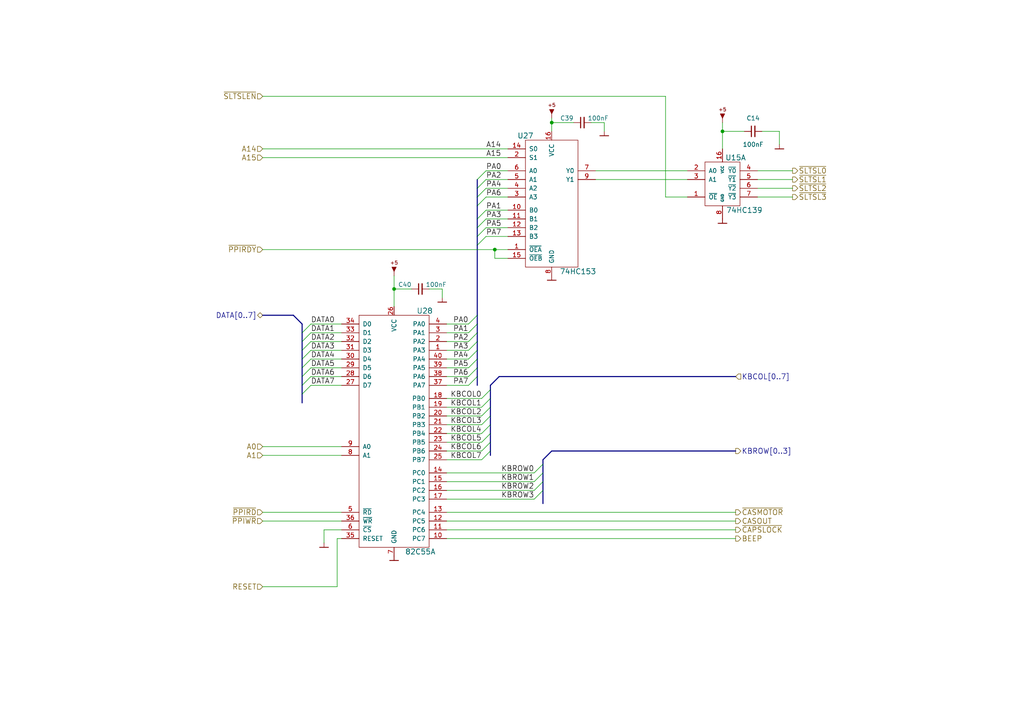
<source format=kicad_sch>
(kicad_sch
	(version 20231120)
	(generator "eeschema")
	(generator_version "8.0")
	(uuid "40b14a16-fb82-4b9d-89dd-55cd98abb5cc")
	(paper "A4")
	(lib_symbols
		(symbol "artemisa:74HC139"
			(pin_names
				(offset 1.016)
			)
			(exclude_from_sim no)
			(in_bom yes)
			(on_board yes)
			(property "Reference" "U"
				(at 3.81 7.62 0)
				(effects
					(font
						(size 1.27 1.27)
					)
				)
			)
			(property "Value" "74HC139"
				(at 7.62 -7.62 0)
				(effects
					(font
						(size 1.27 1.27)
					)
				)
			)
			(property "Footprint" ""
				(at 0 -3.81 0)
				(effects
					(font
						(size 1.524 1.524)
					)
					(hide yes)
				)
			)
			(property "Datasheet" ""
				(at 0 -3.81 0)
				(effects
					(font
						(size 1.524 1.524)
					)
					(hide yes)
				)
			)
			(property "Description" ""
				(at 0 0 0)
				(effects
					(font
						(size 1.27 1.27)
					)
					(hide yes)
				)
			)
			(symbol "74HC139_1_0"
				(pin power_in line
					(at 0 10.16 270)
					(length 3.81)
					(name "VCC"
						(effects
							(font
								(size 0.762 0.762)
							)
						)
					)
					(number "16"
						(effects
							(font
								(size 1.27 1.27)
							)
						)
					)
				)
				(pin power_in line
					(at 0 -10.16 90)
					(length 3.81)
					(name "GND"
						(effects
							(font
								(size 0.762 0.762)
							)
						)
					)
					(number "8"
						(effects
							(font
								(size 1.27 1.27)
							)
						)
					)
				)
			)
			(symbol "74HC139_1_1"
				(rectangle
					(start -5.08 6.35)
					(end 5.08 -6.35)
					(stroke
						(width 0)
						(type default)
					)
					(fill
						(type none)
					)
				)
				(pin input line
					(at -10.16 -3.81 0)
					(length 5.08)
					(name "~{OE}"
						(effects
							(font
								(size 1.27 1.27)
							)
						)
					)
					(number "1"
						(effects
							(font
								(size 1.27 1.27)
							)
						)
					)
				)
				(pin input line
					(at -10.16 3.81 0)
					(length 5.08)
					(name "A0"
						(effects
							(font
								(size 1.27 1.27)
							)
						)
					)
					(number "2"
						(effects
							(font
								(size 1.27 1.27)
							)
						)
					)
				)
				(pin input line
					(at -10.16 1.27 0)
					(length 5.08)
					(name "A1"
						(effects
							(font
								(size 1.27 1.27)
							)
						)
					)
					(number "3"
						(effects
							(font
								(size 1.27 1.27)
							)
						)
					)
				)
				(pin output line
					(at 10.16 3.81 180)
					(length 5.08)
					(name "~{Y0}"
						(effects
							(font
								(size 1.27 1.27)
							)
						)
					)
					(number "4"
						(effects
							(font
								(size 1.27 1.27)
							)
						)
					)
				)
				(pin output line
					(at 10.16 1.27 180)
					(length 5.08)
					(name "~{Y1}"
						(effects
							(font
								(size 1.27 1.27)
							)
						)
					)
					(number "5"
						(effects
							(font
								(size 1.27 1.27)
							)
						)
					)
				)
				(pin output line
					(at 10.16 -1.27 180)
					(length 5.08)
					(name "~{Y2}"
						(effects
							(font
								(size 1.27 1.27)
							)
						)
					)
					(number "6"
						(effects
							(font
								(size 1.27 1.27)
							)
						)
					)
				)
				(pin output line
					(at 10.16 -3.81 180)
					(length 5.08)
					(name "~{Y3}"
						(effects
							(font
								(size 1.27 1.27)
							)
						)
					)
					(number "7"
						(effects
							(font
								(size 1.27 1.27)
							)
						)
					)
				)
			)
			(symbol "74HC139_2_1"
				(rectangle
					(start -5.08 6.35)
					(end 5.08 -6.35)
					(stroke
						(width 0)
						(type default)
					)
					(fill
						(type none)
					)
				)
				(pin output line
					(at 10.16 -1.27 180)
					(length 5.08)
					(name "~{Y2}"
						(effects
							(font
								(size 1.27 1.27)
							)
						)
					)
					(number "10"
						(effects
							(font
								(size 1.27 1.27)
							)
						)
					)
				)
				(pin output line
					(at 10.16 1.27 180)
					(length 5.08)
					(name "~{Y1}"
						(effects
							(font
								(size 1.27 1.27)
							)
						)
					)
					(number "11"
						(effects
							(font
								(size 1.27 1.27)
							)
						)
					)
				)
				(pin output line
					(at 10.16 3.81 180)
					(length 5.08)
					(name "~{Y0}"
						(effects
							(font
								(size 1.27 1.27)
							)
						)
					)
					(number "12"
						(effects
							(font
								(size 1.27 1.27)
							)
						)
					)
				)
				(pin input line
					(at -10.16 1.27 0)
					(length 5.08)
					(name "A1"
						(effects
							(font
								(size 1.27 1.27)
							)
						)
					)
					(number "13"
						(effects
							(font
								(size 1.27 1.27)
							)
						)
					)
				)
				(pin input line
					(at -10.16 3.81 0)
					(length 5.08)
					(name "A0"
						(effects
							(font
								(size 1.27 1.27)
							)
						)
					)
					(number "14"
						(effects
							(font
								(size 1.27 1.27)
							)
						)
					)
				)
				(pin input line
					(at -10.16 -3.81 0)
					(length 5.08)
					(name "~{OE}"
						(effects
							(font
								(size 1.27 1.27)
							)
						)
					)
					(number "15"
						(effects
							(font
								(size 1.27 1.27)
							)
						)
					)
				)
				(pin output line
					(at 10.16 -3.81 180)
					(length 5.08)
					(name "~{Y3}"
						(effects
							(font
								(size 1.27 1.27)
							)
						)
					)
					(number "9"
						(effects
							(font
								(size 1.27 1.27)
							)
						)
					)
				)
			)
		)
		(symbol "artemisa:74HC153"
			(pin_names
				(offset 1.016)
			)
			(exclude_from_sim no)
			(in_bom yes)
			(on_board yes)
			(property "Reference" "U"
				(at 6.35 20.32 0)
				(effects
					(font
						(size 1.524 1.524)
					)
				)
			)
			(property "Value" "74HC153"
				(at 6.35 -19.05 0)
				(effects
					(font
						(size 1.524 1.524)
					)
				)
			)
			(property "Footprint" ""
				(at 0 -3.81 0)
				(effects
					(font
						(size 1.524 1.524)
					)
					(hide yes)
				)
			)
			(property "Datasheet" ""
				(at 0 -3.81 0)
				(effects
					(font
						(size 1.524 1.524)
					)
					(hide yes)
				)
			)
			(property "Description" ""
				(at 0 0 0)
				(effects
					(font
						(size 1.27 1.27)
					)
					(hide yes)
				)
			)
			(symbol "74HC153_0_1"
				(rectangle
					(start -7.62 19.05)
					(end 7.62 -17.78)
					(stroke
						(width 0)
						(type default)
					)
					(fill
						(type none)
					)
				)
				(pin input line
					(at -12.7 -1.27 0)
					(length 5.08)
					(name "B0"
						(effects
							(font
								(size 1.27 1.27)
							)
						)
					)
					(number "10"
						(effects
							(font
								(size 1.27 1.27)
							)
						)
					)
				)
				(pin input line
					(at -12.7 -3.81 0)
					(length 5.08)
					(name "B1"
						(effects
							(font
								(size 1.27 1.27)
							)
						)
					)
					(number "11"
						(effects
							(font
								(size 1.27 1.27)
							)
						)
					)
				)
				(pin input line
					(at -12.7 -6.35 0)
					(length 5.08)
					(name "B2"
						(effects
							(font
								(size 1.27 1.27)
							)
						)
					)
					(number "12"
						(effects
							(font
								(size 1.27 1.27)
							)
						)
					)
				)
				(pin input line
					(at -12.7 -8.89 0)
					(length 5.08)
					(name "B3"
						(effects
							(font
								(size 1.27 1.27)
							)
						)
					)
					(number "13"
						(effects
							(font
								(size 1.27 1.27)
							)
						)
					)
				)
				(pin input line
					(at -12.7 16.51 0)
					(length 5.08)
					(name "S0"
						(effects
							(font
								(size 1.27 1.27)
							)
						)
					)
					(number "14"
						(effects
							(font
								(size 1.27 1.27)
							)
						)
					)
				)
				(pin power_in line
					(at 0 21.59 270)
					(length 2.54)
					(name "VCC"
						(effects
							(font
								(size 1.27 1.27)
							)
						)
					)
					(number "16"
						(effects
							(font
								(size 1.27 1.27)
							)
						)
					)
				)
				(pin input line
					(at -12.7 13.97 0)
					(length 5.08)
					(name "S1"
						(effects
							(font
								(size 1.27 1.27)
							)
						)
					)
					(number "2"
						(effects
							(font
								(size 1.27 1.27)
							)
						)
					)
				)
				(pin input line
					(at -12.7 2.54 0)
					(length 5.08)
					(name "A3"
						(effects
							(font
								(size 1.27 1.27)
							)
						)
					)
					(number "3"
						(effects
							(font
								(size 1.27 1.27)
							)
						)
					)
				)
				(pin input line
					(at -12.7 5.08 0)
					(length 5.08)
					(name "A2"
						(effects
							(font
								(size 1.27 1.27)
							)
						)
					)
					(number "4"
						(effects
							(font
								(size 1.27 1.27)
							)
						)
					)
				)
				(pin input line
					(at -12.7 7.62 0)
					(length 5.08)
					(name "A1"
						(effects
							(font
								(size 1.27 1.27)
							)
						)
					)
					(number "5"
						(effects
							(font
								(size 1.27 1.27)
							)
						)
					)
				)
				(pin input line
					(at -12.7 10.16 0)
					(length 5.08)
					(name "A0"
						(effects
							(font
								(size 1.27 1.27)
							)
						)
					)
					(number "6"
						(effects
							(font
								(size 1.27 1.27)
							)
						)
					)
				)
				(pin power_in line
					(at 0 -20.32 90)
					(length 2.54)
					(name "GND"
						(effects
							(font
								(size 1.27 1.27)
							)
						)
					)
					(number "8"
						(effects
							(font
								(size 1.27 1.27)
							)
						)
					)
				)
			)
			(symbol "74HC153_1_1"
				(pin input line
					(at -12.7 -12.7 0)
					(length 5.08)
					(name "~{OEA}"
						(effects
							(font
								(size 1.27 1.27)
							)
						)
					)
					(number "1"
						(effects
							(font
								(size 1.27 1.27)
							)
						)
					)
				)
				(pin input line
					(at -12.7 -15.24 0)
					(length 5.08)
					(name "~{OEB}"
						(effects
							(font
								(size 1.27 1.27)
							)
						)
					)
					(number "15"
						(effects
							(font
								(size 1.27 1.27)
							)
						)
					)
				)
				(pin output line
					(at 12.7 10.16 180)
					(length 5.08)
					(name "Y0"
						(effects
							(font
								(size 1.27 1.27)
							)
						)
					)
					(number "7"
						(effects
							(font
								(size 1.27 1.27)
							)
						)
					)
				)
				(pin output line
					(at 12.7 7.62 180)
					(length 5.08)
					(name "Y1"
						(effects
							(font
								(size 1.27 1.27)
							)
						)
					)
					(number "9"
						(effects
							(font
								(size 1.27 1.27)
							)
						)
					)
				)
			)
		)
		(symbol "artemisa:82C55A"
			(pin_names
				(offset 1.016)
			)
			(exclude_from_sim no)
			(in_bom yes)
			(on_board yes)
			(property "Reference" "U"
				(at 8.89 36.83 0)
				(effects
					(font
						(size 1.524 1.524)
					)
				)
			)
			(property "Value" "82C55A"
				(at 7.62 -33.02 0)
				(effects
					(font
						(size 1.524 1.524)
					)
				)
			)
			(property "Footprint" ""
				(at 5.08 13.97 0)
				(effects
					(font
						(size 1.524 1.524)
					)
					(hide yes)
				)
			)
			(property "Datasheet" ""
				(at 5.08 13.97 0)
				(effects
					(font
						(size 1.524 1.524)
					)
					(hide yes)
				)
			)
			(property "Description" ""
				(at 0 0 0)
				(effects
					(font
						(size 1.27 1.27)
					)
					(hide yes)
				)
			)
			(symbol "82C55A_0_1"
				(rectangle
					(start -10.16 35.56)
					(end 10.16 -31.75)
					(stroke
						(width 0)
						(type default)
					)
					(fill
						(type none)
					)
				)
			)
			(symbol "82C55A_1_1"
				(pin bidirectional line
					(at 15.24 25.4 180)
					(length 5.08)
					(name "PA3"
						(effects
							(font
								(size 1.27 1.27)
							)
						)
					)
					(number "1"
						(effects
							(font
								(size 1.27 1.27)
							)
						)
					)
				)
				(pin bidirectional line
					(at 15.24 -29.21 180)
					(length 5.08)
					(name "PC7"
						(effects
							(font
								(size 1.27 1.27)
							)
						)
					)
					(number "10"
						(effects
							(font
								(size 1.27 1.27)
							)
						)
					)
				)
				(pin bidirectional line
					(at 15.24 -26.67 180)
					(length 5.08)
					(name "PC6"
						(effects
							(font
								(size 1.27 1.27)
							)
						)
					)
					(number "11"
						(effects
							(font
								(size 1.27 1.27)
							)
						)
					)
				)
				(pin bidirectional line
					(at 15.24 -24.13 180)
					(length 5.08)
					(name "PC5"
						(effects
							(font
								(size 1.27 1.27)
							)
						)
					)
					(number "12"
						(effects
							(font
								(size 1.27 1.27)
							)
						)
					)
				)
				(pin bidirectional line
					(at 15.24 -21.59 180)
					(length 5.08)
					(name "PC4"
						(effects
							(font
								(size 1.27 1.27)
							)
						)
					)
					(number "13"
						(effects
							(font
								(size 1.27 1.27)
							)
						)
					)
				)
				(pin bidirectional line
					(at 15.24 -10.16 180)
					(length 5.08)
					(name "PC0"
						(effects
							(font
								(size 1.27 1.27)
							)
						)
					)
					(number "14"
						(effects
							(font
								(size 1.27 1.27)
							)
						)
					)
				)
				(pin bidirectional line
					(at 15.24 -12.7 180)
					(length 5.08)
					(name "PC1"
						(effects
							(font
								(size 1.27 1.27)
							)
						)
					)
					(number "15"
						(effects
							(font
								(size 1.27 1.27)
							)
						)
					)
				)
				(pin bidirectional line
					(at 15.24 -15.24 180)
					(length 5.08)
					(name "PC2"
						(effects
							(font
								(size 1.27 1.27)
							)
						)
					)
					(number "16"
						(effects
							(font
								(size 1.27 1.27)
							)
						)
					)
				)
				(pin bidirectional line
					(at 15.24 -17.78 180)
					(length 5.08)
					(name "PC3"
						(effects
							(font
								(size 1.27 1.27)
							)
						)
					)
					(number "17"
						(effects
							(font
								(size 1.27 1.27)
							)
						)
					)
				)
				(pin bidirectional line
					(at 15.24 11.43 180)
					(length 5.08)
					(name "PB0"
						(effects
							(font
								(size 1.27 1.27)
							)
						)
					)
					(number "18"
						(effects
							(font
								(size 1.27 1.27)
							)
						)
					)
				)
				(pin bidirectional line
					(at 15.24 8.89 180)
					(length 5.08)
					(name "PB1"
						(effects
							(font
								(size 1.27 1.27)
							)
						)
					)
					(number "19"
						(effects
							(font
								(size 1.27 1.27)
							)
						)
					)
				)
				(pin bidirectional line
					(at 15.24 27.94 180)
					(length 5.08)
					(name "PA2"
						(effects
							(font
								(size 1.27 1.27)
							)
						)
					)
					(number "2"
						(effects
							(font
								(size 1.27 1.27)
							)
						)
					)
				)
				(pin bidirectional line
					(at 15.24 6.35 180)
					(length 5.08)
					(name "PB2"
						(effects
							(font
								(size 1.27 1.27)
							)
						)
					)
					(number "20"
						(effects
							(font
								(size 1.27 1.27)
							)
						)
					)
				)
				(pin bidirectional line
					(at 15.24 3.81 180)
					(length 5.08)
					(name "PB3"
						(effects
							(font
								(size 1.27 1.27)
							)
						)
					)
					(number "21"
						(effects
							(font
								(size 1.27 1.27)
							)
						)
					)
				)
				(pin bidirectional line
					(at 15.24 1.27 180)
					(length 5.08)
					(name "PB4"
						(effects
							(font
								(size 1.27 1.27)
							)
						)
					)
					(number "22"
						(effects
							(font
								(size 1.27 1.27)
							)
						)
					)
				)
				(pin bidirectional line
					(at 15.24 -1.27 180)
					(length 5.08)
					(name "PB5"
						(effects
							(font
								(size 1.27 1.27)
							)
						)
					)
					(number "23"
						(effects
							(font
								(size 1.27 1.27)
							)
						)
					)
				)
				(pin bidirectional line
					(at 15.24 -3.81 180)
					(length 5.08)
					(name "PB6"
						(effects
							(font
								(size 1.27 1.27)
							)
						)
					)
					(number "24"
						(effects
							(font
								(size 1.27 1.27)
							)
						)
					)
				)
				(pin bidirectional line
					(at 15.24 -6.35 180)
					(length 5.08)
					(name "PB7"
						(effects
							(font
								(size 1.27 1.27)
							)
						)
					)
					(number "25"
						(effects
							(font
								(size 1.27 1.27)
							)
						)
					)
				)
				(pin power_in line
					(at 0 38.1 270)
					(length 2.54)
					(name "VCC"
						(effects
							(font
								(size 1.27 1.27)
							)
						)
					)
					(number "26"
						(effects
							(font
								(size 1.27 1.27)
							)
						)
					)
				)
				(pin input line
					(at -15.24 15.24 0)
					(length 5.08)
					(name "D7"
						(effects
							(font
								(size 1.27 1.27)
							)
						)
					)
					(number "27"
						(effects
							(font
								(size 1.27 1.27)
							)
						)
					)
				)
				(pin input line
					(at -15.24 17.78 0)
					(length 5.08)
					(name "D6"
						(effects
							(font
								(size 1.27 1.27)
							)
						)
					)
					(number "28"
						(effects
							(font
								(size 1.27 1.27)
							)
						)
					)
				)
				(pin input line
					(at -15.24 20.32 0)
					(length 5.08)
					(name "D5"
						(effects
							(font
								(size 1.27 1.27)
							)
						)
					)
					(number "29"
						(effects
							(font
								(size 1.27 1.27)
							)
						)
					)
				)
				(pin bidirectional line
					(at 15.24 30.48 180)
					(length 5.08)
					(name "PA1"
						(effects
							(font
								(size 1.27 1.27)
							)
						)
					)
					(number "3"
						(effects
							(font
								(size 1.27 1.27)
							)
						)
					)
				)
				(pin input line
					(at -15.24 22.86 0)
					(length 5.08)
					(name "D4"
						(effects
							(font
								(size 1.27 1.27)
							)
						)
					)
					(number "30"
						(effects
							(font
								(size 1.27 1.27)
							)
						)
					)
				)
				(pin input line
					(at -15.24 25.4 0)
					(length 5.08)
					(name "D3"
						(effects
							(font
								(size 1.27 1.27)
							)
						)
					)
					(number "31"
						(effects
							(font
								(size 1.27 1.27)
							)
						)
					)
				)
				(pin input line
					(at -15.24 27.94 0)
					(length 5.08)
					(name "D2"
						(effects
							(font
								(size 1.27 1.27)
							)
						)
					)
					(number "32"
						(effects
							(font
								(size 1.27 1.27)
							)
						)
					)
				)
				(pin input line
					(at -15.24 30.48 0)
					(length 5.08)
					(name "D1"
						(effects
							(font
								(size 1.27 1.27)
							)
						)
					)
					(number "33"
						(effects
							(font
								(size 1.27 1.27)
							)
						)
					)
				)
				(pin input line
					(at -15.24 33.02 0)
					(length 5.08)
					(name "D0"
						(effects
							(font
								(size 1.27 1.27)
							)
						)
					)
					(number "34"
						(effects
							(font
								(size 1.27 1.27)
							)
						)
					)
				)
				(pin input line
					(at -15.24 -29.21 0)
					(length 5.08)
					(name "RESET"
						(effects
							(font
								(size 1.27 1.27)
							)
						)
					)
					(number "35"
						(effects
							(font
								(size 1.27 1.27)
							)
						)
					)
				)
				(pin input line
					(at -15.24 -24.13 0)
					(length 5.08)
					(name "~{WR}"
						(effects
							(font
								(size 1.27 1.27)
							)
						)
					)
					(number "36"
						(effects
							(font
								(size 1.27 1.27)
							)
						)
					)
				)
				(pin bidirectional line
					(at 15.24 15.24 180)
					(length 5.08)
					(name "PA7"
						(effects
							(font
								(size 1.27 1.27)
							)
						)
					)
					(number "37"
						(effects
							(font
								(size 1.27 1.27)
							)
						)
					)
				)
				(pin bidirectional line
					(at 15.24 17.78 180)
					(length 5.08)
					(name "PA6"
						(effects
							(font
								(size 1.27 1.27)
							)
						)
					)
					(number "38"
						(effects
							(font
								(size 1.27 1.27)
							)
						)
					)
				)
				(pin bidirectional line
					(at 15.24 20.32 180)
					(length 5.08)
					(name "PA5"
						(effects
							(font
								(size 1.27 1.27)
							)
						)
					)
					(number "39"
						(effects
							(font
								(size 1.27 1.27)
							)
						)
					)
				)
				(pin bidirectional line
					(at 15.24 33.02 180)
					(length 5.08)
					(name "PA0"
						(effects
							(font
								(size 1.27 1.27)
							)
						)
					)
					(number "4"
						(effects
							(font
								(size 1.27 1.27)
							)
						)
					)
				)
				(pin bidirectional line
					(at 15.24 22.86 180)
					(length 5.08)
					(name "PA4"
						(effects
							(font
								(size 1.27 1.27)
							)
						)
					)
					(number "40"
						(effects
							(font
								(size 1.27 1.27)
							)
						)
					)
				)
				(pin input line
					(at -15.24 -21.59 0)
					(length 5.08)
					(name "~{RD}"
						(effects
							(font
								(size 1.27 1.27)
							)
						)
					)
					(number "5"
						(effects
							(font
								(size 1.27 1.27)
							)
						)
					)
				)
				(pin input line
					(at -15.24 -26.67 0)
					(length 5.08)
					(name "~{CS}"
						(effects
							(font
								(size 1.27 1.27)
							)
						)
					)
					(number "6"
						(effects
							(font
								(size 1.27 1.27)
							)
						)
					)
				)
				(pin power_in line
					(at 0 -34.29 90)
					(length 2.54)
					(name "GND"
						(effects
							(font
								(size 1.27 1.27)
							)
						)
					)
					(number "7"
						(effects
							(font
								(size 1.27 1.27)
							)
						)
					)
				)
				(pin input line
					(at -15.24 -5.08 0)
					(length 5.08)
					(name "A1"
						(effects
							(font
								(size 1.27 1.27)
							)
						)
					)
					(number "8"
						(effects
							(font
								(size 1.27 1.27)
							)
						)
					)
				)
				(pin input line
					(at -15.24 -2.54 0)
					(length 5.08)
					(name "A0"
						(effects
							(font
								(size 1.27 1.27)
							)
						)
					)
					(number "9"
						(effects
							(font
								(size 1.27 1.27)
							)
						)
					)
				)
			)
		)
		(symbol "artemisa:Cap"
			(pin_numbers hide)
			(pin_names
				(offset 0.254) hide)
			(exclude_from_sim no)
			(in_bom yes)
			(on_board yes)
			(property "Reference" "C"
				(at 0.254 1.778 0)
				(effects
					(font
						(size 1.27 1.27)
					)
					(justify left)
				)
			)
			(property "Value" "Cap"
				(at 0.254 -2.032 0)
				(effects
					(font
						(size 1.27 1.27)
					)
					(justify left)
				)
			)
			(property "Footprint" ""
				(at 0 0 0)
				(effects
					(font
						(size 1.27 1.27)
					)
					(hide yes)
				)
			)
			(property "Datasheet" ""
				(at 0 0 0)
				(effects
					(font
						(size 1.27 1.27)
					)
					(hide yes)
				)
			)
			(property "Description" ""
				(at 0 0 0)
				(effects
					(font
						(size 1.27 1.27)
					)
					(hide yes)
				)
			)
			(property "ki_fp_filters" "C_*"
				(at 0 0 0)
				(effects
					(font
						(size 1.27 1.27)
					)
					(hide yes)
				)
			)
			(symbol "Cap_0_1"
				(polyline
					(pts
						(xy -1.524 -0.508) (xy 1.524 -0.508)
					)
					(stroke
						(width 0.3302)
						(type default)
					)
					(fill
						(type none)
					)
				)
				(polyline
					(pts
						(xy -1.524 0.508) (xy 1.524 0.508)
					)
					(stroke
						(width 0.3048)
						(type default)
					)
					(fill
						(type none)
					)
				)
			)
			(symbol "Cap_1_1"
				(pin passive line
					(at 0 2.54 270)
					(length 2.032)
					(name "~"
						(effects
							(font
								(size 1.27 1.27)
							)
						)
					)
					(number "1"
						(effects
							(font
								(size 1.27 1.27)
							)
						)
					)
				)
				(pin passive line
					(at 0 -2.54 90)
					(length 2.032)
					(name "~"
						(effects
							(font
								(size 1.27 1.27)
							)
						)
					)
					(number "2"
						(effects
							(font
								(size 1.27 1.27)
							)
						)
					)
				)
			)
		)
		(symbol "artemisa:GND"
			(power)
			(pin_numbers hide)
			(pin_names
				(offset 0) hide)
			(exclude_from_sim no)
			(in_bom yes)
			(on_board yes)
			(property "Reference" "#PWR"
				(at 0 -2.54 0)
				(effects
					(font
						(size 1.524 1.524)
					)
					(hide yes)
				)
			)
			(property "Value" "GND"
				(at 0 2.54 0)
				(effects
					(font
						(size 1.524 1.524)
					)
					(hide yes)
				)
			)
			(property "Footprint" ""
				(at 0 0 0)
				(effects
					(font
						(size 1.524 1.524)
					)
					(hide yes)
				)
			)
			(property "Datasheet" ""
				(at 0 0 0)
				(effects
					(font
						(size 1.524 1.524)
					)
					(hide yes)
				)
			)
			(property "Description" ""
				(at 0 0 0)
				(effects
					(font
						(size 1.27 1.27)
					)
					(hide yes)
				)
			)
			(symbol "GND_0_1"
				(polyline
					(pts
						(xy -1.27 -1.27) (xy 1.27 -1.27)
					)
					(stroke
						(width 0.254)
						(type default)
					)
					(fill
						(type none)
					)
				)
			)
			(symbol "GND_1_1"
				(pin power_in line
					(at 0 0 270)
					(length 1.27)
					(name "GND"
						(effects
							(font
								(size 1.27 1.27)
							)
						)
					)
					(number "~"
						(effects
							(font
								(size 1.27 1.27)
							)
						)
					)
				)
			)
		)
		(symbol "artemisa:VCC"
			(power)
			(pin_numbers hide)
			(pin_names
				(offset 0) hide)
			(exclude_from_sim no)
			(in_bom yes)
			(on_board yes)
			(property "Reference" "#PWR"
				(at 0 -1.27 0)
				(effects
					(font
						(size 1.524 1.524)
					)
					(hide yes)
				)
			)
			(property "Value" "VCC"
				(at 0 6.35 0)
				(effects
					(font
						(size 1.524 1.524)
					)
					(hide yes)
				)
			)
			(property "Footprint" ""
				(at 0 0 0)
				(effects
					(font
						(size 1.524 1.524)
					)
					(hide yes)
				)
			)
			(property "Datasheet" ""
				(at 0 0 0)
				(effects
					(font
						(size 1.524 1.524)
					)
					(hide yes)
				)
			)
			(property "Description" ""
				(at 0 0 0)
				(effects
					(font
						(size 1.27 1.27)
					)
					(hide yes)
				)
			)
			(symbol "VCC_0_0"
				(text "+5"
					(at 0 3.81 0)
					(effects
						(font
							(size 1.016 1.016)
						)
					)
				)
			)
			(symbol "VCC_0_1"
				(polyline
					(pts
						(xy 0 1.27) (xy 0.635 2.54) (xy -0.635 2.54) (xy 0 1.27)
					)
					(stroke
						(width 0)
						(type default)
					)
					(fill
						(type outline)
					)
				)
			)
			(symbol "VCC_1_1"
				(pin power_in line
					(at 0 0 90)
					(length 1.27)
					(name "~"
						(effects
							(font
								(size 1.27 1.27)
							)
						)
					)
					(number "~"
						(effects
							(font
								(size 1.27 1.27)
							)
						)
					)
				)
			)
		)
	)
	(junction
		(at 209.55 38.1)
		(diameter 0)
		(color 0 0 0 0)
		(uuid "22bb6c80-05a9-4d89-98b0-f4c23fe6c1ce")
	)
	(junction
		(at 160.02 35.56)
		(diameter 0)
		(color 0 0 0 0)
		(uuid "e17e6c0e-7e5b-43f0-ad48-0a2760b45b04")
	)
	(junction
		(at 143.51 72.39)
		(diameter 0)
		(color 0 0 0 0)
		(uuid "e97b5984-9f0f-43a4-9b8a-838eef4cceb2")
	)
	(junction
		(at 114.3 83.82)
		(diameter 0)
		(color 0 0 0 0)
		(uuid "f959907b-1cef-4760-b043-4260a660a2ae")
	)
	(bus_entry
		(at 154.94 137.16)
		(size 2.54 -2.54)
		(stroke
			(width 0)
			(type default)
		)
		(uuid "0520f61d-4522-4301-a3fa-8ed0bf060f69")
	)
	(bus_entry
		(at 138.43 106.68)
		(size -2.54 2.54)
		(stroke
			(width 0)
			(type default)
		)
		(uuid "0ae82096-0994-4fb0-9a2a-d4ac4804abac")
	)
	(bus_entry
		(at 138.43 57.15)
		(size 2.54 -2.54)
		(stroke
			(width 0)
			(type default)
		)
		(uuid "109caac1-5036-4f23-9a66-f569d871501b")
	)
	(bus_entry
		(at 142.24 130.81)
		(size -2.54 2.54)
		(stroke
			(width 0)
			(type default)
		)
		(uuid "155b0b7c-70b4-4a26-a550-bac13cab0aa4")
	)
	(bus_entry
		(at 138.43 101.6)
		(size -2.54 2.54)
		(stroke
			(width 0)
			(type default)
		)
		(uuid "1c68b844-c861-46b7-b734-0242168a4220")
	)
	(bus_entry
		(at 138.43 66.04)
		(size 2.54 -2.54)
		(stroke
			(width 0)
			(type default)
		)
		(uuid "1f8b2c0c-b042-4e2e-80f6-4959a27b238f")
	)
	(bus_entry
		(at 142.24 128.27)
		(size -2.54 2.54)
		(stroke
			(width 0)
			(type default)
		)
		(uuid "1fa508ef-df83-4c99-846b-9acf535b3ad9")
	)
	(bus_entry
		(at 138.43 96.52)
		(size -2.54 2.54)
		(stroke
			(width 0)
			(type default)
		)
		(uuid "224768bc-6009-43ba-aa4a-70cbaa15b5a3")
	)
	(bus_entry
		(at 87.63 106.68)
		(size 2.54 -2.54)
		(stroke
			(width 0)
			(type default)
		)
		(uuid "37f31dec-63fc-4634-a141-5dc5d2b60fe4")
	)
	(bus_entry
		(at 154.94 139.7)
		(size 2.54 -2.54)
		(stroke
			(width 0)
			(type default)
		)
		(uuid "411d4270-c66c-4318-b7fb-1470d34862b8")
	)
	(bus_entry
		(at 87.63 96.52)
		(size 2.54 -2.54)
		(stroke
			(width 0)
			(type default)
		)
		(uuid "4e315e69-0417-463a-8b7f-469a08d1496e")
	)
	(bus_entry
		(at 142.24 125.73)
		(size -2.54 2.54)
		(stroke
			(width 0)
			(type default)
		)
		(uuid "4f411f68-04bd-4175-a406-bcaa4cf6601e")
	)
	(bus_entry
		(at 87.63 99.06)
		(size 2.54 -2.54)
		(stroke
			(width 0)
			(type default)
		)
		(uuid "4fa10683-33cd-4dcd-8acc-2415cd63c62a")
	)
	(bus_entry
		(at 138.43 63.5)
		(size 2.54 -2.54)
		(stroke
			(width 0)
			(type default)
		)
		(uuid "6b7c1048-12b6-46b2-b762-fa3ad30472dd")
	)
	(bus_entry
		(at 142.24 113.03)
		(size -2.54 2.54)
		(stroke
			(width 0)
			(type default)
		)
		(uuid "6e435cd4-da2b-4602-a0aa-5dd988834dff")
	)
	(bus_entry
		(at 142.24 115.57)
		(size -2.54 2.54)
		(stroke
			(width 0)
			(type default)
		)
		(uuid "6f675e5f-8fe6-4148-baf1-da97afc770f8")
	)
	(bus_entry
		(at 87.63 111.76)
		(size 2.54 -2.54)
		(stroke
			(width 0)
			(type default)
		)
		(uuid "70fb572d-d5ec-41e7-9482-63d4578b4f47")
	)
	(bus_entry
		(at 154.94 144.78)
		(size 2.54 -2.54)
		(stroke
			(width 0)
			(type default)
		)
		(uuid "795e68e2-c9ba-45cf-9bff-89b8fae05b5a")
	)
	(bus_entry
		(at 138.43 68.58)
		(size 2.54 -2.54)
		(stroke
			(width 0)
			(type default)
		)
		(uuid "79e31048-072a-4a40-a625-26bb0b5f046b")
	)
	(bus_entry
		(at 138.43 54.61)
		(size 2.54 -2.54)
		(stroke
			(width 0)
			(type default)
		)
		(uuid "7c04618d-9115-4179-b234-a8faf854ea92")
	)
	(bus_entry
		(at 138.43 93.98)
		(size -2.54 2.54)
		(stroke
			(width 0)
			(type default)
		)
		(uuid "89c0bc4d-eee5-4a77-ac35-d30b35db5cbe")
	)
	(bus_entry
		(at 142.24 123.19)
		(size -2.54 2.54)
		(stroke
			(width 0)
			(type default)
		)
		(uuid "8fc062a7-114d-48eb-a8f8-71128838f380")
	)
	(bus_entry
		(at 154.94 142.24)
		(size 2.54 -2.54)
		(stroke
			(width 0)
			(type default)
		)
		(uuid "8fcec304-c6b1-4655-8326-beacd0476953")
	)
	(bus_entry
		(at 142.24 120.65)
		(size -2.54 2.54)
		(stroke
			(width 0)
			(type default)
		)
		(uuid "917920ab-0c6e-4927-974d-ef342cdd4f63")
	)
	(bus_entry
		(at 138.43 52.07)
		(size 2.54 -2.54)
		(stroke
			(width 0)
			(type default)
		)
		(uuid "998b7fa5-31a5-472e-9572-49d5226d6098")
	)
	(bus_entry
		(at 138.43 91.44)
		(size -2.54 2.54)
		(stroke
			(width 0)
			(type default)
		)
		(uuid "a7531a95-7ca1-4f34-955e-18120cec99e6")
	)
	(bus_entry
		(at 87.63 101.6)
		(size 2.54 -2.54)
		(stroke
			(width 0)
			(type default)
		)
		(uuid "b1ddb058-f7b2-429c-9489-f4e2242ad7e5")
	)
	(bus_entry
		(at 138.43 71.12)
		(size 2.54 -2.54)
		(stroke
			(width 0)
			(type default)
		)
		(uuid "b873bc5d-a9af-4bd9-afcb-87ce4d417120")
	)
	(bus_entry
		(at 138.43 109.22)
		(size -2.54 2.54)
		(stroke
			(width 0)
			(type default)
		)
		(uuid "b9bb0e73-161a-4d06-b6eb-a9f66d8a95f5")
	)
	(bus_entry
		(at 87.63 104.14)
		(size 2.54 -2.54)
		(stroke
			(width 0)
			(type default)
		)
		(uuid "c106154f-d948-43e5-abfa-e1b96055d91b")
	)
	(bus_entry
		(at 138.43 99.06)
		(size -2.54 2.54)
		(stroke
			(width 0)
			(type default)
		)
		(uuid "cada57e2-1fa7-4b9d-a2a0-2218773d5c50")
	)
	(bus_entry
		(at 87.63 109.22)
		(size 2.54 -2.54)
		(stroke
			(width 0)
			(type default)
		)
		(uuid "cf386a39-fc62-49dd-8ec5-e044f6bd67ce")
	)
	(bus_entry
		(at 142.24 118.11)
		(size -2.54 2.54)
		(stroke
			(width 0)
			(type default)
		)
		(uuid "d69a5fdf-de15-4ec9-94f6-f9ee2f4b69fa")
	)
	(bus_entry
		(at 87.63 114.3)
		(size 2.54 -2.54)
		(stroke
			(width 0)
			(type default)
		)
		(uuid "e54e5e19-1deb-49a9-8629-617db8e434c0")
	)
	(bus_entry
		(at 138.43 104.14)
		(size -2.54 2.54)
		(stroke
			(width 0)
			(type default)
		)
		(uuid "e7bb7815-0d52-4bb8-b29a-8cf960bd2905")
	)
	(bus_entry
		(at 138.43 59.69)
		(size 2.54 -2.54)
		(stroke
			(width 0)
			(type default)
		)
		(uuid "f1447ad6-651c-45be-a2d6-33bddf672c2c")
	)
	(bus
		(pts
			(xy 138.43 52.07) (xy 138.43 54.61)
		)
		(stroke
			(width 0)
			(type default)
		)
		(uuid "011ee658-718d-416a-85fd-961729cd1ee5")
	)
	(wire
		(pts
			(xy 93.98 153.67) (xy 93.98 157.48)
		)
		(stroke
			(width 0)
			(type default)
		)
		(uuid "065b9982-55f2-4822-977e-07e8a06e7b35")
	)
	(wire
		(pts
			(xy 90.17 93.98) (xy 99.06 93.98)
		)
		(stroke
			(width 0)
			(type default)
		)
		(uuid "071522c0-d0ed-49b9-906e-6295f67fb0dc")
	)
	(bus
		(pts
			(xy 138.43 68.58) (xy 138.43 71.12)
		)
		(stroke
			(width 0)
			(type default)
		)
		(uuid "0aadf54d-dacf-4007-aabb-7ac26ba5bd37")
	)
	(wire
		(pts
			(xy 140.97 57.15) (xy 147.32 57.15)
		)
		(stroke
			(width 0)
			(type default)
		)
		(uuid "0cc45b5b-96b3-4284-9cae-a3a9e324a916")
	)
	(wire
		(pts
			(xy 135.89 99.06) (xy 129.54 99.06)
		)
		(stroke
			(width 0)
			(type default)
		)
		(uuid "0f324b67-75ef-407f-8dbc-3c1fc5c2abba")
	)
	(wire
		(pts
			(xy 128.27 83.82) (xy 128.27 86.36)
		)
		(stroke
			(width 0)
			(type default)
		)
		(uuid "0fd35a3e-b394-4aae-875a-fac843f9cbb7")
	)
	(wire
		(pts
			(xy 135.89 93.98) (xy 129.54 93.98)
		)
		(stroke
			(width 0)
			(type default)
		)
		(uuid "0fdc6f30-77bc-4e9b-8665-c8aa9acf5bf9")
	)
	(wire
		(pts
			(xy 76.2 129.54) (xy 99.06 129.54)
		)
		(stroke
			(width 0)
			(type default)
		)
		(uuid "1199146e-a60b-416a-b503-e77d6d2892f9")
	)
	(bus
		(pts
			(xy 87.63 111.76) (xy 87.63 114.3)
		)
		(stroke
			(width 0)
			(type default)
		)
		(uuid "13a13473-0513-4470-a633-0eb288464690")
	)
	(bus
		(pts
			(xy 144.78 109.22) (xy 213.36 109.22)
		)
		(stroke
			(width 0)
			(type default)
		)
		(uuid "143ed874-a01f-4ced-ba4e-bbb66ddd1f70")
	)
	(wire
		(pts
			(xy 143.51 72.39) (xy 147.32 72.39)
		)
		(stroke
			(width 0)
			(type default)
		)
		(uuid "16121028-bdf5-49c0-aae7-e28fe5bfa771")
	)
	(wire
		(pts
			(xy 175.26 35.56) (xy 175.26 38.1)
		)
		(stroke
			(width 0)
			(type default)
		)
		(uuid "180245d9-4a3f-4d1b-adcc-b4eafac722e0")
	)
	(wire
		(pts
			(xy 160.02 34.29) (xy 160.02 35.56)
		)
		(stroke
			(width 0)
			(type default)
		)
		(uuid "196a8dd5-5fd6-4c7f-ae4a-0104bd82e61b")
	)
	(wire
		(pts
			(xy 140.97 52.07) (xy 147.32 52.07)
		)
		(stroke
			(width 0)
			(type default)
		)
		(uuid "19b0959e-a79b-43b2-a5ad-525ced7e9131")
	)
	(bus
		(pts
			(xy 87.63 114.3) (xy 87.63 116.84)
		)
		(stroke
			(width 0)
			(type default)
		)
		(uuid "19f4b8b4-be0c-4288-abe5-c17502fc672f")
	)
	(wire
		(pts
			(xy 129.54 137.16) (xy 154.94 137.16)
		)
		(stroke
			(width 0)
			(type default)
		)
		(uuid "221bef83-3ea7-4d3f-adeb-53a8a07c6273")
	)
	(bus
		(pts
			(xy 142.24 130.81) (xy 142.24 132.08)
		)
		(stroke
			(width 0)
			(type default)
		)
		(uuid "225fc398-2971-432f-ba6d-b4d5757d1c6e")
	)
	(bus
		(pts
			(xy 87.63 101.6) (xy 87.63 104.14)
		)
		(stroke
			(width 0)
			(type default)
		)
		(uuid "22ba7011-af16-481a-be60-4832e2fa49b7")
	)
	(bus
		(pts
			(xy 138.43 101.6) (xy 138.43 104.14)
		)
		(stroke
			(width 0)
			(type default)
		)
		(uuid "2536e930-06a4-43c1-bb06-fbe9f6f63e41")
	)
	(wire
		(pts
			(xy 219.71 49.53) (xy 229.87 49.53)
		)
		(stroke
			(width 0)
			(type default)
		)
		(uuid "26801cfb-b53b-4a6a-a2f4-5f4986565765")
	)
	(bus
		(pts
			(xy 138.43 109.22) (xy 138.43 111.76)
		)
		(stroke
			(width 0)
			(type default)
		)
		(uuid "26d0960c-3dad-40b7-9ad0-2a8d7207d84f")
	)
	(bus
		(pts
			(xy 142.24 125.73) (xy 142.24 128.27)
		)
		(stroke
			(width 0)
			(type default)
		)
		(uuid "27ff589f-3de7-4185-b7df-d1dbb0da622f")
	)
	(wire
		(pts
			(xy 139.7 133.35) (xy 129.54 133.35)
		)
		(stroke
			(width 0)
			(type default)
		)
		(uuid "2891767f-251c-48c4-91c0-deb1b368f45c")
	)
	(wire
		(pts
			(xy 209.55 38.1) (xy 209.55 35.56)
		)
		(stroke
			(width 0)
			(type default)
		)
		(uuid "2db910a0-b943-40b4-b81f-068ba5265f56")
	)
	(wire
		(pts
			(xy 90.17 106.68) (xy 99.06 106.68)
		)
		(stroke
			(width 0)
			(type default)
		)
		(uuid "2dc54bac-8640-4dd7-b8ed-3c7acb01a8ea")
	)
	(wire
		(pts
			(xy 119.38 83.82) (xy 114.3 83.82)
		)
		(stroke
			(width 0)
			(type default)
		)
		(uuid "30317bf0-88bb-49e7-bf8b-9f3883982225")
	)
	(bus
		(pts
			(xy 87.63 104.14) (xy 87.63 106.68)
		)
		(stroke
			(width 0)
			(type default)
		)
		(uuid "3147e880-51e1-4334-9901-8c646d0f1c58")
	)
	(wire
		(pts
			(xy 135.89 111.76) (xy 129.54 111.76)
		)
		(stroke
			(width 0)
			(type default)
		)
		(uuid "34d03349-6d78-4165-a683-2d8b76f2bae8")
	)
	(bus
		(pts
			(xy 87.63 96.52) (xy 87.63 99.06)
		)
		(stroke
			(width 0)
			(type default)
		)
		(uuid "36ddd131-24a1-406c-a011-522c67b17ac1")
	)
	(wire
		(pts
			(xy 76.2 151.13) (xy 99.06 151.13)
		)
		(stroke
			(width 0)
			(type default)
		)
		(uuid "3f43d730-2a73-49fe-9672-32428e7f5b49")
	)
	(wire
		(pts
			(xy 226.06 38.1) (xy 220.98 38.1)
		)
		(stroke
			(width 0)
			(type default)
		)
		(uuid "3f8a5430-68a9-4732-9b89-4e00dd8ae219")
	)
	(bus
		(pts
			(xy 157.48 133.35) (xy 160.02 130.81)
		)
		(stroke
			(width 0)
			(type default)
		)
		(uuid "3fb2e8e3-7579-49ea-8f1f-0415e04bfd8d")
	)
	(bus
		(pts
			(xy 142.24 111.76) (xy 144.78 109.22)
		)
		(stroke
			(width 0)
			(type default)
		)
		(uuid "4208e0be-10e2-4b80-a414-1519879271b4")
	)
	(wire
		(pts
			(xy 226.06 41.91) (xy 226.06 38.1)
		)
		(stroke
			(width 0)
			(type default)
		)
		(uuid "42ff012d-5eb7-42b9-bb45-415cf26799c6")
	)
	(wire
		(pts
			(xy 129.54 156.21) (xy 213.36 156.21)
		)
		(stroke
			(width 0)
			(type default)
		)
		(uuid "479331ff-c540-41f4-84e6-b48d65171e59")
	)
	(wire
		(pts
			(xy 129.54 142.24) (xy 154.94 142.24)
		)
		(stroke
			(width 0)
			(type default)
		)
		(uuid "4ba06b66-7669-4c70-b585-f5d4c9c33527")
	)
	(wire
		(pts
			(xy 143.51 74.93) (xy 143.51 72.39)
		)
		(stroke
			(width 0)
			(type default)
		)
		(uuid "4db55cb8-197b-4402-871f-ce582b65664b")
	)
	(wire
		(pts
			(xy 160.02 35.56) (xy 166.37 35.56)
		)
		(stroke
			(width 0)
			(type default)
		)
		(uuid "54212c01-b363-47b8-a145-45c40df316f4")
	)
	(bus
		(pts
			(xy 85.09 91.44) (xy 87.63 93.98)
		)
		(stroke
			(width 0)
			(type default)
		)
		(uuid "56de11c8-54d5-46a3-86f3-42d9503bfc91")
	)
	(bus
		(pts
			(xy 142.24 128.27) (xy 142.24 130.81)
		)
		(stroke
			(width 0)
			(type default)
		)
		(uuid "58ed07e4-b138-4a86-827e-36284fa14c0b")
	)
	(wire
		(pts
			(xy 154.94 144.78) (xy 129.54 144.78)
		)
		(stroke
			(width 0)
			(type default)
		)
		(uuid "60ff6322-62e2-4602-9bc0-7a0f0a5ecfbf")
	)
	(bus
		(pts
			(xy 138.43 93.98) (xy 138.43 96.52)
		)
		(stroke
			(width 0)
			(type default)
		)
		(uuid "6383d51c-2a4a-451b-80f6-d8ddd181fcca")
	)
	(bus
		(pts
			(xy 157.48 139.7) (xy 157.48 142.24)
		)
		(stroke
			(width 0)
			(type default)
		)
		(uuid "677f7fd6-fe65-4132-818c-44a0c91f5c31")
	)
	(wire
		(pts
			(xy 139.7 118.11) (xy 129.54 118.11)
		)
		(stroke
			(width 0)
			(type default)
		)
		(uuid "699feae1-8cdd-4d2b-947f-f24849c73cdb")
	)
	(wire
		(pts
			(xy 99.06 156.21) (xy 97.79 156.21)
		)
		(stroke
			(width 0)
			(type default)
		)
		(uuid "6d1d60ff-408a-47a7-892f-c5cf9ef6ca75")
	)
	(bus
		(pts
			(xy 142.24 120.65) (xy 142.24 123.19)
		)
		(stroke
			(width 0)
			(type default)
		)
		(uuid "6e377ae5-9877-4223-a4f6-977c4c2655d4")
	)
	(wire
		(pts
			(xy 219.71 54.61) (xy 229.87 54.61)
		)
		(stroke
			(width 0)
			(type default)
		)
		(uuid "6f80f798-dc24-438f-a1eb-4ee2936267c8")
	)
	(wire
		(pts
			(xy 199.39 57.15) (xy 193.04 57.15)
		)
		(stroke
			(width 0)
			(type default)
		)
		(uuid "71989e06-8659-4605-b2da-4f729cc41263")
	)
	(bus
		(pts
			(xy 87.63 93.98) (xy 87.63 96.52)
		)
		(stroke
			(width 0)
			(type default)
		)
		(uuid "72508b1f-1505-46cb-9d37-2081c5a12aca")
	)
	(bus
		(pts
			(xy 142.24 123.19) (xy 142.24 125.73)
		)
		(stroke
			(width 0)
			(type default)
		)
		(uuid "73123040-7d91-4ece-b049-ee26e19f852f")
	)
	(bus
		(pts
			(xy 142.24 115.57) (xy 142.24 118.11)
		)
		(stroke
			(width 0)
			(type default)
		)
		(uuid "73eb1d6b-3e2d-4317-bc4c-c77f232aa2cf")
	)
	(bus
		(pts
			(xy 138.43 106.68) (xy 138.43 109.22)
		)
		(stroke
			(width 0)
			(type default)
		)
		(uuid "75b57470-3933-4be6-8842-b2898714961d")
	)
	(wire
		(pts
			(xy 90.17 109.22) (xy 99.06 109.22)
		)
		(stroke
			(width 0)
			(type default)
		)
		(uuid "7afa54c4-2181-41d3-81f7-39efc497ecae")
	)
	(bus
		(pts
			(xy 138.43 57.15) (xy 138.43 59.69)
		)
		(stroke
			(width 0)
			(type default)
		)
		(uuid "7d64a0a0-384d-4e31-a03a-22264a524862")
	)
	(bus
		(pts
			(xy 157.48 133.35) (xy 157.48 134.62)
		)
		(stroke
			(width 0)
			(type default)
		)
		(uuid "802c2dc3-ca9f-491e-9d66-7893e89ac34c")
	)
	(wire
		(pts
			(xy 135.89 96.52) (xy 129.54 96.52)
		)
		(stroke
			(width 0)
			(type default)
		)
		(uuid "8195a7cf-4576-44dd-9e0e-ee048fdb93dd")
	)
	(bus
		(pts
			(xy 157.48 137.16) (xy 157.48 139.7)
		)
		(stroke
			(width 0)
			(type default)
		)
		(uuid "8727dfe0-a564-4062-a385-c46672a2b168")
	)
	(wire
		(pts
			(xy 135.89 109.22) (xy 129.54 109.22)
		)
		(stroke
			(width 0)
			(type default)
		)
		(uuid "88d2c4b8-79f2-4e8b-9f70-b7e0ed9c70f8")
	)
	(wire
		(pts
			(xy 140.97 54.61) (xy 147.32 54.61)
		)
		(stroke
			(width 0)
			(type default)
		)
		(uuid "8c1605f9-6c91-4701-96bf-e753661d5e23")
	)
	(bus
		(pts
			(xy 157.48 134.62) (xy 157.48 137.16)
		)
		(stroke
			(width 0)
			(type default)
		)
		(uuid "8edc60cf-d5df-4697-953b-31cc055aba5f")
	)
	(wire
		(pts
			(xy 147.32 45.72) (xy 76.2 45.72)
		)
		(stroke
			(width 0)
			(type default)
		)
		(uuid "9031bb33-c6aa-4758-bf5c-3274ed3ebab7")
	)
	(bus
		(pts
			(xy 157.48 142.24) (xy 157.48 146.05)
		)
		(stroke
			(width 0)
			(type default)
		)
		(uuid "915afd34-85f2-4f65-b2f6-5c607c325148")
	)
	(wire
		(pts
			(xy 76.2 27.94) (xy 193.04 27.94)
		)
		(stroke
			(width 0)
			(type default)
		)
		(uuid "9186dae5-6dc3-4744-9f90-e697559c6ac8")
	)
	(bus
		(pts
			(xy 160.02 130.81) (xy 213.36 130.81)
		)
		(stroke
			(width 0)
			(type default)
		)
		(uuid "9186fd02-f30d-4e17-aa38-378ab73e3908")
	)
	(wire
		(pts
			(xy 90.17 104.14) (xy 99.06 104.14)
		)
		(stroke
			(width 0)
			(type default)
		)
		(uuid "91c1eb0a-67ae-4ef0-95ce-d060a03a7313")
	)
	(wire
		(pts
			(xy 215.9 38.1) (xy 209.55 38.1)
		)
		(stroke
			(width 0)
			(type default)
		)
		(uuid "96de0051-7945-413a-9219-1ab367546962")
	)
	(bus
		(pts
			(xy 138.43 71.12) (xy 138.43 91.44)
		)
		(stroke
			(width 0)
			(type default)
		)
		(uuid "96fd148c-2abd-4da2-a739-1fc716e496e9")
	)
	(bus
		(pts
			(xy 138.43 99.06) (xy 138.43 101.6)
		)
		(stroke
			(width 0)
			(type default)
		)
		(uuid "997ebd3b-fb52-489d-905e-2a7aae5bd517")
	)
	(wire
		(pts
			(xy 172.72 49.53) (xy 199.39 49.53)
		)
		(stroke
			(width 0)
			(type default)
		)
		(uuid "9a0b74a5-4879-4b51-8e8e-6d85a0107422")
	)
	(wire
		(pts
			(xy 147.32 74.93) (xy 143.51 74.93)
		)
		(stroke
			(width 0)
			(type default)
		)
		(uuid "9aedbb9e-8340-4899-b813-05b23382a36b")
	)
	(wire
		(pts
			(xy 129.54 130.81) (xy 139.7 130.81)
		)
		(stroke
			(width 0)
			(type default)
		)
		(uuid "9bac9ad3-a7b9-47f0-87c7-d8630653df68")
	)
	(wire
		(pts
			(xy 90.17 96.52) (xy 99.06 96.52)
		)
		(stroke
			(width 0)
			(type default)
		)
		(uuid "9cbf35b8-f4d3-42a3-bb16-04ffd03fd8fd")
	)
	(wire
		(pts
			(xy 135.89 104.14) (xy 129.54 104.14)
		)
		(stroke
			(width 0)
			(type default)
		)
		(uuid "9f80220c-1612-4589-b9ca-a5579617bdb8")
	)
	(wire
		(pts
			(xy 76.2 148.59) (xy 99.06 148.59)
		)
		(stroke
			(width 0)
			(type default)
		)
		(uuid "a24ce0e2-fdd3-4e6a-b754-5dee9713dd27")
	)
	(bus
		(pts
			(xy 138.43 54.61) (xy 138.43 57.15)
		)
		(stroke
			(width 0)
			(type default)
		)
		(uuid "a4ac0519-b7a7-4509-bdb5-35a62928ff28")
	)
	(wire
		(pts
			(xy 99.06 153.67) (xy 93.98 153.67)
		)
		(stroke
			(width 0)
			(type default)
		)
		(uuid "a6ccc556-da88-4006-ae1a-cc35733efef3")
	)
	(wire
		(pts
			(xy 129.54 125.73) (xy 139.7 125.73)
		)
		(stroke
			(width 0)
			(type default)
		)
		(uuid "af347946-e3da-4427-87ab-77b747929f50")
	)
	(bus
		(pts
			(xy 138.43 63.5) (xy 138.43 66.04)
		)
		(stroke
			(width 0)
			(type default)
		)
		(uuid "af925654-dfb9-45aa-816e-cb4703dcab2f")
	)
	(wire
		(pts
			(xy 213.36 151.13) (xy 129.54 151.13)
		)
		(stroke
			(width 0)
			(type default)
		)
		(uuid "b09666f9-12f1-4ee9-8877-2292c94258ca")
	)
	(bus
		(pts
			(xy 87.63 99.06) (xy 87.63 101.6)
		)
		(stroke
			(width 0)
			(type default)
		)
		(uuid "b3c4f9ea-9465-428d-a878-c35a35b4a0ec")
	)
	(wire
		(pts
			(xy 140.97 63.5) (xy 147.32 63.5)
		)
		(stroke
			(width 0)
			(type default)
		)
		(uuid "b4300db7-1220-431a-b7c3-2edbdf8fa6fc")
	)
	(wire
		(pts
			(xy 135.89 101.6) (xy 129.54 101.6)
		)
		(stroke
			(width 0)
			(type default)
		)
		(uuid "b5071759-a4d7-4769-be02-251f23cd4454")
	)
	(wire
		(pts
			(xy 154.94 139.7) (xy 129.54 139.7)
		)
		(stroke
			(width 0)
			(type default)
		)
		(uuid "b52d6ff3-fef1-496e-8dd5-ebb89b6bce6a")
	)
	(wire
		(pts
			(xy 139.7 123.19) (xy 129.54 123.19)
		)
		(stroke
			(width 0)
			(type default)
		)
		(uuid "b6cd701f-4223-4e72-a305-466869ccb250")
	)
	(wire
		(pts
			(xy 90.17 111.76) (xy 99.06 111.76)
		)
		(stroke
			(width 0)
			(type default)
		)
		(uuid "b7867831-ef82-4f33-a926-59e5c1c09b91")
	)
	(bus
		(pts
			(xy 87.63 106.68) (xy 87.63 109.22)
		)
		(stroke
			(width 0)
			(type default)
		)
		(uuid "bc34c2e7-0338-47b3-9692-4e3e8064b41c")
	)
	(bus
		(pts
			(xy 138.43 104.14) (xy 138.43 106.68)
		)
		(stroke
			(width 0)
			(type default)
		)
		(uuid "c030dc50-5966-4aad-8d18-d61b053ef0ce")
	)
	(wire
		(pts
			(xy 140.97 68.58) (xy 147.32 68.58)
		)
		(stroke
			(width 0)
			(type default)
		)
		(uuid "c04386e0-b49e-4fff-b380-675af13a62cb")
	)
	(wire
		(pts
			(xy 124.46 83.82) (xy 128.27 83.82)
		)
		(stroke
			(width 0)
			(type default)
		)
		(uuid "c088f712-1abe-4cac-9a8b-d564931395aa")
	)
	(wire
		(pts
			(xy 90.17 101.6) (xy 99.06 101.6)
		)
		(stroke
			(width 0)
			(type default)
		)
		(uuid "c24d6ac8-802d-4df3-a210-9cb1f693e865")
	)
	(bus
		(pts
			(xy 142.24 113.03) (xy 142.24 115.57)
		)
		(stroke
			(width 0)
			(type default)
		)
		(uuid "c2e16797-bb9c-43d0-8751-7646864e22e4")
	)
	(bus
		(pts
			(xy 87.63 109.22) (xy 87.63 111.76)
		)
		(stroke
			(width 0)
			(type default)
		)
		(uuid "c3669e3b-86e7-4f68-8bdd-1c04746bf6b7")
	)
	(wire
		(pts
			(xy 76.2 170.18) (xy 97.79 170.18)
		)
		(stroke
			(width 0)
			(type default)
		)
		(uuid "c8fd9dd3-06ad-4146-9239-0065013959ef")
	)
	(wire
		(pts
			(xy 114.3 83.82) (xy 114.3 88.9)
		)
		(stroke
			(width 0)
			(type default)
		)
		(uuid "cb721686-5255-4788-a3b0-ce4312e32eb7")
	)
	(wire
		(pts
			(xy 76.2 132.08) (xy 99.06 132.08)
		)
		(stroke
			(width 0)
			(type default)
		)
		(uuid "cc15f583-a41b-43af-ba94-a75455506a96")
	)
	(wire
		(pts
			(xy 135.89 106.68) (xy 129.54 106.68)
		)
		(stroke
			(width 0)
			(type default)
		)
		(uuid "d21cc5e4-177a-4e1d-a8d5-060ed33e5b8e")
	)
	(bus
		(pts
			(xy 76.2 91.44) (xy 85.09 91.44)
		)
		(stroke
			(width 0)
			(type default)
		)
		(uuid "d39d813e-3e64-490c-ba5c-a64bb5ad6bd0")
	)
	(wire
		(pts
			(xy 129.54 120.65) (xy 139.7 120.65)
		)
		(stroke
			(width 0)
			(type default)
		)
		(uuid "d88958ac-68cd-4955-a63f-0eaa329dec86")
	)
	(bus
		(pts
			(xy 138.43 66.04) (xy 138.43 68.58)
		)
		(stroke
			(width 0)
			(type default)
		)
		(uuid "e07d5869-f4e0-43a4-8e08-83daa6e67700")
	)
	(wire
		(pts
			(xy 114.3 80.01) (xy 114.3 83.82)
		)
		(stroke
			(width 0)
			(type default)
		)
		(uuid "e091e263-c616-48ef-a460-465c70218987")
	)
	(bus
		(pts
			(xy 142.24 118.11) (xy 142.24 120.65)
		)
		(stroke
			(width 0)
			(type default)
		)
		(uuid "e476f79c-e0c8-465e-9770-99d67609efe1")
	)
	(wire
		(pts
			(xy 97.79 156.21) (xy 97.79 170.18)
		)
		(stroke
			(width 0)
			(type default)
		)
		(uuid "e4aa537c-eb9d-4dbb-ac87-fae46af42391")
	)
	(wire
		(pts
			(xy 160.02 35.56) (xy 160.02 38.1)
		)
		(stroke
			(width 0)
			(type default)
		)
		(uuid "e4e20505-1208-4100-a4aa-676f50844c06")
	)
	(wire
		(pts
			(xy 140.97 49.53) (xy 147.32 49.53)
		)
		(stroke
			(width 0)
			(type default)
		)
		(uuid "e502d1d5-04b0-4d4b-b5c3-8c52d09668e7")
	)
	(wire
		(pts
			(xy 140.97 60.96) (xy 147.32 60.96)
		)
		(stroke
			(width 0)
			(type default)
		)
		(uuid "e5203297-b913-4288-a576-12a92185cb52")
	)
	(wire
		(pts
			(xy 129.54 115.57) (xy 139.7 115.57)
		)
		(stroke
			(width 0)
			(type default)
		)
		(uuid "e5864fe6-2a71-47f0-90ce-38c3f8901580")
	)
	(wire
		(pts
			(xy 129.54 148.59) (xy 213.36 148.59)
		)
		(stroke
			(width 0)
			(type default)
		)
		(uuid "e5b328f6-dc69-4905-ae98-2dc3200a51d6")
	)
	(wire
		(pts
			(xy 139.7 128.27) (xy 129.54 128.27)
		)
		(stroke
			(width 0)
			(type default)
		)
		(uuid "e7e08b48-3d04-49da-8349-6de530a20c67")
	)
	(wire
		(pts
			(xy 172.72 52.07) (xy 199.39 52.07)
		)
		(stroke
			(width 0)
			(type default)
		)
		(uuid "eae14f5f-515c-4a6f-ad0e-e8ef233d14bf")
	)
	(bus
		(pts
			(xy 142.24 111.76) (xy 142.24 113.03)
		)
		(stroke
			(width 0)
			(type default)
		)
		(uuid "eed466bf-cd88-4860-9abf-41a594ca08bd")
	)
	(wire
		(pts
			(xy 90.17 99.06) (xy 99.06 99.06)
		)
		(stroke
			(width 0)
			(type default)
		)
		(uuid "eee16674-2d21-45b6-ab5e-d669125df26c")
	)
	(bus
		(pts
			(xy 138.43 91.44) (xy 138.43 93.98)
		)
		(stroke
			(width 0)
			(type default)
		)
		(uuid "f0d57cc9-c4de-4eb8-97e9-9df19eea248e")
	)
	(wire
		(pts
			(xy 193.04 27.94) (xy 193.04 57.15)
		)
		(stroke
			(width 0)
			(type default)
		)
		(uuid "f1a9fb80-4cc4-410f-9616-e19c969dcab5")
	)
	(bus
		(pts
			(xy 138.43 96.52) (xy 138.43 99.06)
		)
		(stroke
			(width 0)
			(type default)
		)
		(uuid "f2ae85d9-7640-48a3-83c4-8d4b3e89cde3")
	)
	(wire
		(pts
			(xy 229.87 57.15) (xy 219.71 57.15)
		)
		(stroke
			(width 0)
			(type default)
		)
		(uuid "f66398f1-1ae7-4d4d-939f-958c174c6bce")
	)
	(wire
		(pts
			(xy 140.97 66.04) (xy 147.32 66.04)
		)
		(stroke
			(width 0)
			(type default)
		)
		(uuid "f7667b23-296e-4362-a7e3-949632c8954b")
	)
	(wire
		(pts
			(xy 229.87 52.07) (xy 219.71 52.07)
		)
		(stroke
			(width 0)
			(type default)
		)
		(uuid "f78e02cd-9600-4173-be8d-67e530b5d19f")
	)
	(wire
		(pts
			(xy 209.55 38.1) (xy 209.55 43.18)
		)
		(stroke
			(width 0)
			(type default)
		)
		(uuid "f8bd6470-fafd-47f2-8ed5-9449988187ce")
	)
	(bus
		(pts
			(xy 138.43 59.69) (xy 138.43 63.5)
		)
		(stroke
			(width 0)
			(type default)
		)
		(uuid "f8d4ba33-e493-4c36-93a3-a7a967fd6532")
	)
	(wire
		(pts
			(xy 171.45 35.56) (xy 175.26 35.56)
		)
		(stroke
			(width 0)
			(type default)
		)
		(uuid "f8f3a9fc-1e34-4573-a767-508104e8d242")
	)
	(wire
		(pts
			(xy 76.2 72.39) (xy 143.51 72.39)
		)
		(stroke
			(width 0)
			(type default)
		)
		(uuid "fa918b6d-f6cf-4471-be3b-4ff713f55a2e")
	)
	(wire
		(pts
			(xy 129.54 153.67) (xy 213.36 153.67)
		)
		(stroke
			(width 0)
			(type default)
		)
		(uuid "faa1812c-fdf3-47ae-9cf4-ae06a263bfbd")
	)
	(wire
		(pts
			(xy 147.32 43.18) (xy 76.2 43.18)
		)
		(stroke
			(width 0)
			(type default)
		)
		(uuid "fea7c5d1-76d6-41a0-b5e3-29889dbb8ce0")
	)
	(label "DATA5"
		(at 90.17 106.68 0)
		(fields_autoplaced yes)
		(effects
			(font
				(size 1.524 1.524)
			)
			(justify left bottom)
		)
		(uuid "009a4fb4-fcc0-4623-ae5d-c1bae3219583")
	)
	(label "KBROW3"
		(at 154.94 144.78 180)
		(fields_autoplaced yes)
		(effects
			(font
				(size 1.524 1.524)
			)
			(justify right bottom)
		)
		(uuid "009b5465-0a65-4237-93e7-eb65321eeb18")
	)
	(label "KBCOL2"
		(at 139.7 120.65 180)
		(fields_autoplaced yes)
		(effects
			(font
				(size 1.524 1.524)
			)
			(justify right bottom)
		)
		(uuid "00e38d63-5436-49db-81f5-697421f168fc")
	)
	(label "KBROW2"
		(at 154.94 142.24 180)
		(fields_autoplaced yes)
		(effects
			(font
				(size 1.524 1.524)
			)
			(justify right bottom)
		)
		(uuid "00f3ea8b-8a54-4e56-84ff-d98f6c00496c")
	)
	(label "PA7"
		(at 140.97 68.58 0)
		(fields_autoplaced yes)
		(effects
			(font
				(size 1.524 1.524)
			)
			(justify left bottom)
		)
		(uuid "03c7f780-fc1b-487a-b30d-567d6c09fdc8")
	)
	(label "DATA1"
		(at 90.17 96.52 0)
		(fields_autoplaced yes)
		(effects
			(font
				(size 1.524 1.524)
			)
			(justify left bottom)
		)
		(uuid "2846428d-39de-4eae-8ce2-64955d56c493")
	)
	(label "PA4"
		(at 140.97 54.61 0)
		(fields_autoplaced yes)
		(effects
			(font
				(size 1.524 1.524)
			)
			(justify left bottom)
		)
		(uuid "31540a7e-dc9e-4e4d-96b1-dab15efa5f4b")
	)
	(label "A15"
		(at 140.97 45.72 0)
		(fields_autoplaced yes)
		(effects
			(font
				(size 1.524 1.524)
			)
			(justify left bottom)
		)
		(uuid "37b6c6d6-3e12-4736-912a-ea6e2bf06721")
	)
	(label "KBCOL4"
		(at 139.7 125.73 180)
		(fields_autoplaced yes)
		(effects
			(font
				(size 1.524 1.524)
			)
			(justify right bottom)
		)
		(uuid "38a501e2-0ee8-439d-bd02-e9e90e7503e9")
	)
	(label "KBCOL0"
		(at 139.7 115.57 180)
		(fields_autoplaced yes)
		(effects
			(font
				(size 1.524 1.524)
			)
			(justify right bottom)
		)
		(uuid "399fc36a-ed5d-44b5-82f7-c6f83d9acc14")
	)
	(label "PA0"
		(at 135.89 93.98 180)
		(fields_autoplaced yes)
		(effects
			(font
				(size 1.524 1.524)
			)
			(justify right bottom)
		)
		(uuid "4107d40a-e5df-4255-aacc-13f9928e090c")
	)
	(label "PA1"
		(at 140.97 60.96 0)
		(fields_autoplaced yes)
		(effects
			(font
				(size 1.524 1.524)
			)
			(justify left bottom)
		)
		(uuid "4a850cb6-bb24-4274-a902-e49f34f0a0e3")
	)
	(label "PA3"
		(at 135.89 101.6 180)
		(fields_autoplaced yes)
		(effects
			(font
				(size 1.524 1.524)
			)
			(justify right bottom)
		)
		(uuid "4b03e854-02fe-44cc-bece-f8268b7cae54")
	)
	(label "DATA7"
		(at 90.17 111.76 0)
		(fields_autoplaced yes)
		(effects
			(font
				(size 1.524 1.524)
			)
			(justify left bottom)
		)
		(uuid "609b9e1b-4e3b-42b7-ac76-a62ec4d0e7c7")
	)
	(label "KBCOL7"
		(at 139.7 133.35 180)
		(fields_autoplaced yes)
		(effects
			(font
				(size 1.524 1.524)
			)
			(justify right bottom)
		)
		(uuid "61fe4c73-be59-4519-98f1-a634322a841d")
	)
	(label "DATA0"
		(at 90.17 93.98 0)
		(fields_autoplaced yes)
		(effects
			(font
				(size 1.524 1.524)
			)
			(justify left bottom)
		)
		(uuid "6a2b20ae-096c-4d9f-92f8-2087c865914f")
	)
	(label "PA3"
		(at 140.97 63.5 0)
		(fields_autoplaced yes)
		(effects
			(font
				(size 1.524 1.524)
			)
			(justify left bottom)
		)
		(uuid "700e8b73-5976-423f-a3f3-ab3d9f3e9760")
	)
	(label "KBCOL3"
		(at 139.7 123.19 180)
		(fields_autoplaced yes)
		(effects
			(font
				(size 1.524 1.524)
			)
			(justify right bottom)
		)
		(uuid "70e4263f-d95a-4431-b3f3-cfc800c82056")
	)
	(label "PA4"
		(at 135.89 104.14 180)
		(fields_autoplaced yes)
		(effects
			(font
				(size 1.524 1.524)
			)
			(justify right bottom)
		)
		(uuid "752417ee-7d0b-4ac8-a22c-26669881a2ab")
	)
	(label "DATA4"
		(at 90.17 104.14 0)
		(fields_autoplaced yes)
		(effects
			(font
				(size 1.524 1.524)
			)
			(justify left bottom)
		)
		(uuid "88668202-3f0b-4d07-84d4-dcd790f57272")
	)
	(label "DATA2"
		(at 90.17 99.06 0)
		(fields_autoplaced yes)
		(effects
			(font
				(size 1.524 1.524)
			)
			(justify left bottom)
		)
		(uuid "8bc2c25a-a1f1-4ce8-b96a-a4f8f4c35079")
	)
	(label "A14"
		(at 140.97 43.18 0)
		(fields_autoplaced yes)
		(effects
			(font
				(size 1.524 1.524)
			)
			(justify left bottom)
		)
		(uuid "bb4b1afc-c46e-451d-8dad-36b7dec82f26")
	)
	(label "KBROW1"
		(at 154.94 139.7 180)
		(fields_autoplaced yes)
		(effects
			(font
				(size 1.524 1.524)
			)
			(justify right bottom)
		)
		(uuid "bc0dbc57-3ae8-4ce5-a05c-2d6003bba475")
	)
	(label "KBCOL5"
		(at 139.7 128.27 180)
		(fields_autoplaced yes)
		(effects
			(font
				(size 1.524 1.524)
			)
			(justify right bottom)
		)
		(uuid "c0c2eb8e-f6d1-4506-8e6b-4f995ad74c1f")
	)
	(label "PA5"
		(at 140.97 66.04 0)
		(fields_autoplaced yes)
		(effects
			(font
				(size 1.524 1.524)
			)
			(justify left bottom)
		)
		(uuid "c76d4423-ef1b-4a6f-8176-33d65f2877bb")
	)
	(label "KBROW0"
		(at 154.94 137.16 180)
		(fields_autoplaced yes)
		(effects
			(font
				(size 1.524 1.524)
			)
			(justify right bottom)
		)
		(uuid "c8b92953-cd23-44e6-85ce-083fb8c3f20f")
	)
	(label "PA2"
		(at 135.89 99.06 180)
		(fields_autoplaced yes)
		(effects
			(font
				(size 1.524 1.524)
			)
			(justify right bottom)
		)
		(uuid "d2d7bea6-0c22-495f-8666-323b30e03150")
	)
	(label "PA1"
		(at 135.89 96.52 180)
		(fields_autoplaced yes)
		(effects
			(font
				(size 1.524 1.524)
			)
			(justify right bottom)
		)
		(uuid "e0f06b5c-de63-4833-a591-ca9e19217a35")
	)
	(label "PA6"
		(at 135.89 109.22 180)
		(fields_autoplaced yes)
		(effects
			(font
				(size 1.524 1.524)
			)
			(justify right bottom)
		)
		(uuid "e1c30a32-820e-4b17-aec9-5cb8b76f0ccc")
	)
	(label "PA0"
		(at 140.97 49.53 0)
		(fields_autoplaced yes)
		(effects
			(font
				(size 1.524 1.524)
			)
			(justify left bottom)
		)
		(uuid "e4d2f565-25a0-48c6-be59-f4bf31ad2558")
	)
	(label "PA2"
		(at 140.97 52.07 0)
		(fields_autoplaced yes)
		(effects
			(font
				(size 1.524 1.524)
			)
			(justify left bottom)
		)
		(uuid "e67b9f8c-019b-4145-98a4-96545f6bb128")
	)
	(label "DATA6"
		(at 90.17 109.22 0)
		(fields_autoplaced yes)
		(effects
			(font
				(size 1.524 1.524)
			)
			(justify left bottom)
		)
		(uuid "eae0ab9f-65b2-44d3-aba7-873c3227fba7")
	)
	(label "DATA3"
		(at 90.17 101.6 0)
		(fields_autoplaced yes)
		(effects
			(font
				(size 1.524 1.524)
			)
			(justify left bottom)
		)
		(uuid "f449bd37-cc90-4487-aee6-2a20b8d2843a")
	)
	(label "PA6"
		(at 140.97 57.15 0)
		(fields_autoplaced yes)
		(effects
			(font
				(size 1.524 1.524)
			)
			(justify left bottom)
		)
		(uuid "f6c644f4-3036-41a6-9e14-2c08c079c6cd")
	)
	(label "PA7"
		(at 135.89 111.76 180)
		(fields_autoplaced yes)
		(effects
			(font
				(size 1.524 1.524)
			)
			(justify right bottom)
		)
		(uuid "f8fc38ec-0b98-40bc-ae2f-e5cc29973bca")
	)
	(label "KBCOL6"
		(at 139.7 130.81 180)
		(fields_autoplaced yes)
		(effects
			(font
				(size 1.524 1.524)
			)
			(justify right bottom)
		)
		(uuid "f9c81c26-f253-4227-a69f-53e64841cfbe")
	)
	(label "KBCOL1"
		(at 139.7 118.11 180)
		(fields_autoplaced yes)
		(effects
			(font
				(size 1.524 1.524)
			)
			(justify right bottom)
		)
		(uuid "fbe8ebfc-2a8e-4eb8-85c5-38ddeaa5dd00")
	)
	(label "PA5"
		(at 135.89 106.68 180)
		(fields_autoplaced yes)
		(effects
			(font
				(size 1.524 1.524)
			)
			(justify right bottom)
		)
		(uuid "fef37e8b-0ff0-4da2-8a57-acaf19551d1a")
	)
	(hierarchical_label "~{SLTSLEN}"
		(shape input)
		(at 76.2 27.94 180)
		(fields_autoplaced yes)
		(effects
			(font
				(size 1.524 1.524)
			)
			(justify right)
		)
		(uuid "088f77ba-fca9-42b3-876e-a6937267f957")
	)
	(hierarchical_label "A14"
		(shape input)
		(at 76.2 43.18 180)
		(fields_autoplaced yes)
		(effects
			(font
				(size 1.524 1.524)
			)
			(justify right)
		)
		(uuid "25e5aa8e-2696-44a3-8d3c-c2c53f2923cf")
	)
	(hierarchical_label "~{SLTSL0}"
		(shape output)
		(at 229.87 49.53 0)
		(fields_autoplaced yes)
		(effects
			(font
				(size 1.524 1.524)
			)
			(justify left)
		)
		(uuid "34cdc1c9-c9e2-44c4-9677-c1c7d7efd83d")
	)
	(hierarchical_label "CASOUT"
		(shape output)
		(at 213.36 151.13 0)
		(fields_autoplaced yes)
		(effects
			(font
				(size 1.524 1.524)
			)
			(justify left)
		)
		(uuid "477892a1-722e-4cda-bb6c-fcdb8ba5f93e")
	)
	(hierarchical_label "BEEP"
		(shape output)
		(at 213.36 156.21 0)
		(fields_autoplaced yes)
		(effects
			(font
				(size 1.524 1.524)
			)
			(justify left)
		)
		(uuid "4d586a18-26c5-441e-a9ff-8125ee516126")
	)
	(hierarchical_label "DATA[0..7]"
		(shape bidirectional)
		(at 76.2 91.44 180)
		(fields_autoplaced yes)
		(effects
			(font
				(size 1.524 1.524)
			)
			(justify right)
		)
		(uuid "59ec3156-036e-4049-89db-91a9dd07095f")
	)
	(hierarchical_label "KBCOL[0..7]"
		(shape input)
		(at 213.36 109.22 0)
		(fields_autoplaced yes)
		(effects
			(font
				(size 1.524 1.524)
			)
			(justify left)
		)
		(uuid "71f92193-19b0-44ed-bc7f-77535083d769")
	)
	(hierarchical_label "~{CASMOTOR}"
		(shape output)
		(at 213.36 148.59 0)
		(fields_autoplaced yes)
		(effects
			(font
				(size 1.524 1.524)
			)
			(justify left)
		)
		(uuid "88cb65f4-7e9e-44eb-8692-3b6e2e788a94")
	)
	(hierarchical_label "~{PPIWR}"
		(shape input)
		(at 76.2 151.13 180)
		(fields_autoplaced yes)
		(effects
			(font
				(size 1.524 1.524)
			)
			(justify right)
		)
		(uuid "970e0f64-111f-41e3-9f5a-fb0d0f6fa101")
	)
	(hierarchical_label "~{PPIRDY}"
		(shape input)
		(at 76.2 72.39 180)
		(fields_autoplaced yes)
		(effects
			(font
				(size 1.524 1.524)
			)
			(justify right)
		)
		(uuid "98b00c9d-9188-4bce-aa70-92d12dd9cf82")
	)
	(hierarchical_label "A0"
		(shape input)
		(at 76.2 129.54 180)
		(fields_autoplaced yes)
		(effects
			(font
				(size 1.524 1.524)
			)
			(justify right)
		)
		(uuid "997c2f12-73ba-4c01-9ee0-42e37cbab790")
	)
	(hierarchical_label "A15"
		(shape input)
		(at 76.2 45.72 180)
		(fields_autoplaced yes)
		(effects
			(font
				(size 1.524 1.524)
			)
			(justify right)
		)
		(uuid "a24ddb4f-c217-42ca-b6cb-d12da84fb2b9")
	)
	(hierarchical_label "KBROW[0..3]"
		(shape output)
		(at 213.36 130.81 0)
		(fields_autoplaced yes)
		(effects
			(font
				(size 1.524 1.524)
			)
			(justify left)
		)
		(uuid "aa130053-a451-4f12-97f7-3d4d891a5f83")
	)
	(hierarchical_label "~{SLTSL3}"
		(shape output)
		(at 229.87 57.15 0)
		(fields_autoplaced yes)
		(effects
			(font
				(size 1.524 1.524)
			)
			(justify left)
		)
		(uuid "aa79024d-ca7e-4c24-b127-7df08bbd0c75")
	)
	(hierarchical_label "A1"
		(shape input)
		(at 76.2 132.08 180)
		(fields_autoplaced yes)
		(effects
			(font
				(size 1.524 1.524)
			)
			(justify right)
		)
		(uuid "afd38b10-2eca-4abe-aed1-a96fb07ffdbe")
	)
	(hierarchical_label "RESET"
		(shape input)
		(at 76.2 170.18 180)
		(fields_autoplaced yes)
		(effects
			(font
				(size 1.524 1.524)
			)
			(justify right)
		)
		(uuid "b6135480-ace6-42b2-9c47-856ef57cded1")
	)
	(hierarchical_label "~{SLTSL1}"
		(shape output)
		(at 229.87 52.07 0)
		(fields_autoplaced yes)
		(effects
			(font
				(size 1.524 1.524)
			)
			(justify left)
		)
		(uuid "c49d23ab-146d-4089-864f-2d22b5b414b9")
	)
	(hierarchical_label "~{SLTSL2}"
		(shape output)
		(at 229.87 54.61 0)
		(fields_autoplaced yes)
		(effects
			(font
				(size 1.524 1.524)
			)
			(justify left)
		)
		(uuid "c7af8405-da2e-4a34-b9b8-518f342f8995")
	)
	(hierarchical_label "~{CAPSLOCK}"
		(shape output)
		(at 213.36 153.67 0)
		(fields_autoplaced yes)
		(effects
			(font
				(size 1.524 1.524)
			)
			(justify left)
		)
		(uuid "d4db7f11-8cfe-40d2-b021-b36f05241701")
	)
	(hierarchical_label "~{PPIRD}"
		(shape input)
		(at 76.2 148.59 180)
		(fields_autoplaced yes)
		(effects
			(font
				(size 1.524 1.524)
			)
			(justify right)
		)
		(uuid "dc2801a1-d539-4721-b31f-fe196b9f13df")
	)
	(symbol
		(lib_id "artemisa:82C55A")
		(at 114.3 127 0)
		(unit 1)
		(exclude_from_sim no)
		(in_bom yes)
		(on_board yes)
		(dnp no)
		(uuid "00000000-0000-0000-0000-00005ae22077")
		(property "Reference" "U28"
			(at 123.19 90.17 0)
			(effects
				(font
					(size 1.524 1.524)
				)
			)
		)
		(property "Value" "82C55A"
			(at 121.92 160.02 0)
			(effects
				(font
					(size 1.524 1.524)
				)
			)
		)
		(property "Footprint" "artemisa:DIP-40_600"
			(at 119.38 113.03 0)
			(effects
				(font
					(size 1.524 1.524)
				)
				(hide yes)
			)
		)
		(property "Datasheet" ""
			(at 119.38 113.03 0)
			(effects
				(font
					(size 1.524 1.524)
				)
				(hide yes)
			)
		)
		(property "Description" ""
			(at 114.3 127 0)
			(effects
				(font
					(size 1.27 1.27)
				)
				(hide yes)
			)
		)
		(pin "1"
			(uuid "fb527929-5a76-4386-92c7-ed3f3a2f2a66")
		)
		(pin "10"
			(uuid "c806ca64-4076-499b-9029-155759542c55")
		)
		(pin "11"
			(uuid "95ceb3ed-a7d7-4f46-a5b5-e573dd4a910f")
		)
		(pin "12"
			(uuid "2c11cd86-c17d-4d8f-89a3-4b809d7b5b0d")
		)
		(pin "13"
			(uuid "b68c71cf-bc60-42db-9be0-09ce7c79f3ac")
		)
		(pin "14"
			(uuid "8781291e-cbb2-406c-8d33-4c9ef34481d5")
		)
		(pin "15"
			(uuid "8778d1c5-07c3-4374-9b2c-eb48d2f32042")
		)
		(pin "16"
			(uuid "5310e544-c28f-4fe1-8665-5377bc79757f")
		)
		(pin "17"
			(uuid "eb420a5f-fed2-401e-af84-af7a622b2a76")
		)
		(pin "18"
			(uuid "1f612e70-0c34-4c1b-9a81-56417c9c8822")
		)
		(pin "19"
			(uuid "be982124-ae0b-4add-a6d8-2344db80a9aa")
		)
		(pin "2"
			(uuid "a43a3659-882e-4070-9e47-a5404e6e1e6a")
		)
		(pin "20"
			(uuid "3c2b8904-a734-4a85-a82f-6473c641e8e2")
		)
		(pin "21"
			(uuid "77aa92e7-fbdc-48fb-aa69-35a8ea21ae59")
		)
		(pin "22"
			(uuid "06fcb724-535c-414c-9bd9-2c4253d1061a")
		)
		(pin "23"
			(uuid "175390ca-dcdb-4f63-8291-35ba8b07b140")
		)
		(pin "24"
			(uuid "55e5b7d2-eb43-4f5b-9f89-b1eff1e119d9")
		)
		(pin "25"
			(uuid "169ff030-0e51-4ebc-85c7-e586ef119eec")
		)
		(pin "26"
			(uuid "f50dd647-c734-445d-8b14-8c68d6377091")
		)
		(pin "27"
			(uuid "1200673d-b2ca-414e-bac3-885bbdf7d3d1")
		)
		(pin "28"
			(uuid "d5f0102a-ccd2-481d-aac9-a500663069d8")
		)
		(pin "29"
			(uuid "8dbd1a68-f406-4c7f-8b06-9547e6122f38")
		)
		(pin "3"
			(uuid "b3ed612d-4b95-418f-bfae-ed954c910011")
		)
		(pin "30"
			(uuid "946ab5b8-e96e-4804-a78e-a4b89c867544")
		)
		(pin "31"
			(uuid "2bb33282-4f9f-4778-8fe0-6f53edcd3452")
		)
		(pin "32"
			(uuid "b0417074-2887-4d2d-b55d-004cff435a65")
		)
		(pin "33"
			(uuid "02d9daae-b6cd-4a84-8ffb-baec648fb565")
		)
		(pin "34"
			(uuid "d4d7af4a-bdba-41a7-93c2-da79d93aaec5")
		)
		(pin "35"
			(uuid "f63f3c64-d980-4ae0-b129-a351881a850f")
		)
		(pin "36"
			(uuid "19947266-d718-4a7e-8ce7-a9e04db709cf")
		)
		(pin "37"
			(uuid "835102f4-9b14-413b-a145-1f010f51931f")
		)
		(pin "38"
			(uuid "c031f799-3699-4973-829d-1bc94d1dc5d0")
		)
		(pin "39"
			(uuid "9a2b75a3-2170-46bd-a4ae-f41d05639556")
		)
		(pin "4"
			(uuid "172ae4b5-4844-4ae8-a220-06196fc931d3")
		)
		(pin "40"
			(uuid "f232b395-a0ab-4461-b901-fad8834664e8")
		)
		(pin "5"
			(uuid "42d1103b-01a9-4ce4-8c43-2c32be677f5a")
		)
		(pin "6"
			(uuid "3c1baf09-a0fa-4d5b-9e19-dad36989c504")
		)
		(pin "7"
			(uuid "38283c07-56ee-45a4-9359-035eeacc2402")
		)
		(pin "8"
			(uuid "a771c02c-8b53-42d8-99ed-0a81252d0009")
		)
		(pin "9"
			(uuid "92f3f87e-5e1a-419d-afde-68dd17a44605")
		)
		(instances
			(project ""
				(path "/e63e39d7-6ac0-4ffd-8aa3-1841a4541b55/00000000-0000-0000-0000-00005ae20302"
					(reference "U28")
					(unit 1)
				)
			)
		)
	)
	(symbol
		(lib_id "artemisa:74HC153")
		(at 160.02 59.69 0)
		(unit 1)
		(exclude_from_sim no)
		(in_bom yes)
		(on_board yes)
		(dnp no)
		(uuid "00000000-0000-0000-0000-00005ae23fcd")
		(property "Reference" "U27"
			(at 152.4 39.37 0)
			(effects
				(font
					(size 1.524 1.524)
				)
			)
		)
		(property "Value" "74HC153"
			(at 167.64 78.74 0)
			(effects
				(font
					(size 1.524 1.524)
				)
			)
		)
		(property "Footprint" "artemisa:DIP-16_300"
			(at 160.02 63.5 0)
			(effects
				(font
					(size 1.524 1.524)
				)
				(hide yes)
			)
		)
		(property "Datasheet" ""
			(at 160.02 63.5 0)
			(effects
				(font
					(size 1.524 1.524)
				)
				(hide yes)
			)
		)
		(property "Description" ""
			(at 160.02 59.69 0)
			(effects
				(font
					(size 1.27 1.27)
				)
				(hide yes)
			)
		)
		(pin "10"
			(uuid "9414e889-e605-4406-8118-efabd53f9003")
		)
		(pin "11"
			(uuid "8fb055dc-8170-4106-aa22-4b8db6cb5fa9")
		)
		(pin "12"
			(uuid "5e8722e9-7b43-46a9-8d22-878ec7a7e611")
		)
		(pin "13"
			(uuid "1407bcdb-092b-40e2-b543-e87309754b16")
		)
		(pin "14"
			(uuid "c41f1e29-aebd-4106-9e20-ba3cc383b8ef")
		)
		(pin "16"
			(uuid "bf369b9c-273d-46f2-9162-086fc0edb50e")
		)
		(pin "2"
			(uuid "d2876e9b-6795-46e8-877a-953cac4c8682")
		)
		(pin "3"
			(uuid "7d7dfbee-e276-47ab-a29b-12b4be9b22c4")
		)
		(pin "4"
			(uuid "aa6ef6ac-68c2-4840-9d51-c5640cd77ca8")
		)
		(pin "5"
			(uuid "19cec2a5-b60e-466c-a462-027339cdd498")
		)
		(pin "6"
			(uuid "a0ca6efd-c9af-475a-a623-f71718ecb07a")
		)
		(pin "8"
			(uuid "a95ce777-284a-4f22-8128-95b18ef905fe")
		)
		(pin "1"
			(uuid "4fff1af1-1b2c-4ddd-8ebf-aaa1cf12600d")
		)
		(pin "15"
			(uuid "2d50fb9d-f113-4cb6-a44f-bea4c65d531a")
		)
		(pin "7"
			(uuid "76d9ca26-93f4-45a6-a893-a23ea5569a70")
		)
		(pin "9"
			(uuid "0520d68c-bdec-4d10-8756-c63de315da38")
		)
		(instances
			(project ""
				(path "/e63e39d7-6ac0-4ffd-8aa3-1841a4541b55/00000000-0000-0000-0000-00005ae20302"
					(reference "U27")
					(unit 1)
				)
			)
		)
	)
	(symbol
		(lib_id "artemisa:74HC139")
		(at 209.55 53.34 0)
		(unit 1)
		(exclude_from_sim no)
		(in_bom yes)
		(on_board yes)
		(dnp no)
		(uuid "00000000-0000-0000-0000-00005ae32f51")
		(property "Reference" "U15"
			(at 213.36 45.72 0)
			(effects
				(font
					(size 1.524 1.524)
				)
			)
		)
		(property "Value" "74HC139"
			(at 215.9 60.96 0)
			(effects
				(font
					(size 1.524 1.524)
				)
			)
		)
		(property "Footprint" "artemisa:DIP-16_300"
			(at 209.55 57.15 0)
			(effects
				(font
					(size 1.524 1.524)
				)
				(hide yes)
			)
		)
		(property "Datasheet" ""
			(at 209.55 57.15 0)
			(effects
				(font
					(size 1.524 1.524)
				)
				(hide yes)
			)
		)
		(property "Description" ""
			(at 209.55 53.34 0)
			(effects
				(font
					(size 1.27 1.27)
				)
				(hide yes)
			)
		)
		(pin "16"
			(uuid "a77a459c-1f1d-4583-b823-a54a1c799c78")
		)
		(pin "8"
			(uuid "647b068d-34c1-40f5-9c02-6c8ac4e4e7e4")
		)
		(pin "1"
			(uuid "e33b88e6-21b7-46e6-ba61-2812267872a7")
		)
		(pin "2"
			(uuid "3525d7fb-9fbb-407a-b98f-dbe710a5769f")
		)
		(pin "3"
			(uuid "cdd161f0-22d1-4053-9a0b-ffab3a54d82f")
		)
		(pin "4"
			(uuid "5569ffb9-3194-4ed5-a115-e717546fbbd5")
		)
		(pin "5"
			(uuid "9462ae22-4e7f-462a-824e-86cf308ddca1")
		)
		(pin "6"
			(uuid "791865d8-d8e2-4bb4-a45d-5c1ab6b1ca50")
		)
		(pin "7"
			(uuid "877182c1-f7de-4075-b871-3852bba4d685")
		)
		(pin "10"
			(uuid "0c23fd3c-8e92-44f9-9905-f0d6b673c1e2")
		)
		(pin "11"
			(uuid "8fc2e36b-243b-47e2-890e-f3a8d0cb9deb")
		)
		(pin "12"
			(uuid "efca2809-2036-46b8-8545-a5bdd08b5301")
		)
		(pin "13"
			(uuid "098660ff-f93c-4ccb-8579-57628aa895a7")
		)
		(pin "14"
			(uuid "f25c7d87-b8db-41e0-abfc-bec8048ef2cc")
		)
		(pin "15"
			(uuid "fffd8529-ec61-4c2e-ae6d-c3e663947951")
		)
		(pin "9"
			(uuid "66096f4f-c798-4425-8537-e7adeb21bec3")
		)
		(instances
			(project ""
				(path "/e63e39d7-6ac0-4ffd-8aa3-1841a4541b55/00000000-0000-0000-0000-00005ae20302"
					(reference "U15")
					(unit 1)
				)
			)
		)
	)
	(symbol
		(lib_id "artemisa:GND")
		(at 160.02 80.01 0)
		(unit 1)
		(exclude_from_sim no)
		(in_bom yes)
		(on_board yes)
		(dnp no)
		(uuid "00000000-0000-0000-0000-00005cd37544")
		(property "Reference" "#PWR0138"
			(at 160.02 82.55 0)
			(effects
				(font
					(size 1.524 1.524)
				)
				(hide yes)
			)
		)
		(property "Value" "GND"
			(at 160.02 77.47 0)
			(effects
				(font
					(size 1.524 1.524)
				)
				(hide yes)
			)
		)
		(property "Footprint" ""
			(at 160.02 80.01 0)
			(effects
				(font
					(size 1.524 1.524)
				)
				(hide yes)
			)
		)
		(property "Datasheet" ""
			(at 160.02 80.01 0)
			(effects
				(font
					(size 1.524 1.524)
				)
				(hide yes)
			)
		)
		(property "Description" ""
			(at 160.02 80.01 0)
			(effects
				(font
					(size 1.27 1.27)
				)
				(hide yes)
			)
		)
		(pin "~"
			(uuid "d381e237-63ae-40a2-b286-525994413db9")
		)
		(instances
			(project ""
				(path "/e63e39d7-6ac0-4ffd-8aa3-1841a4541b55/00000000-0000-0000-0000-00005ae20302"
					(reference "#PWR0138")
					(unit 1)
				)
			)
		)
	)
	(symbol
		(lib_id "artemisa:VCC")
		(at 160.02 34.29 0)
		(unit 1)
		(exclude_from_sim no)
		(in_bom yes)
		(on_board yes)
		(dnp no)
		(uuid "00000000-0000-0000-0000-00005cd379d5")
		(property "Reference" "#PWR0135"
			(at 160.02 35.56 0)
			(effects
				(font
					(size 1.524 1.524)
				)
				(hide yes)
			)
		)
		(property "Value" "VCC"
			(at 160.02 27.94 0)
			(effects
				(font
					(size 1.524 1.524)
				)
				(hide yes)
			)
		)
		(property "Footprint" ""
			(at 160.02 34.29 0)
			(effects
				(font
					(size 1.524 1.524)
				)
				(hide yes)
			)
		)
		(property "Datasheet" ""
			(at 160.02 34.29 0)
			(effects
				(font
					(size 1.524 1.524)
				)
				(hide yes)
			)
		)
		(property "Description" ""
			(at 160.02 34.29 0)
			(effects
				(font
					(size 1.27 1.27)
				)
				(hide yes)
			)
		)
		(pin "~"
			(uuid "e8194575-5e83-424b-9bc1-c0b79369f99c")
		)
		(instances
			(project ""
				(path "/e63e39d7-6ac0-4ffd-8aa3-1841a4541b55/00000000-0000-0000-0000-00005ae20302"
					(reference "#PWR0135")
					(unit 1)
				)
			)
		)
	)
	(symbol
		(lib_id "artemisa:Cap")
		(at 168.91 35.56 90)
		(unit 1)
		(exclude_from_sim no)
		(in_bom yes)
		(on_board yes)
		(dnp no)
		(uuid "00000000-0000-0000-0000-00005cd4dd25")
		(property "Reference" "C39"
			(at 166.37 34.29 90)
			(effects
				(font
					(size 1.27 1.27)
				)
				(justify left)
			)
		)
		(property "Value" "100nF"
			(at 176.53 34.29 90)
			(effects
				(font
					(size 1.27 1.27)
				)
				(justify left)
			)
		)
		(property "Footprint" "artemisa:Disc_capacitor"
			(at 168.91 35.56 0)
			(effects
				(font
					(size 1.27 1.27)
				)
				(hide yes)
			)
		)
		(property "Datasheet" ""
			(at 168.91 35.56 0)
			(effects
				(font
					(size 1.27 1.27)
				)
				(hide yes)
			)
		)
		(property "Description" ""
			(at 168.91 35.56 0)
			(effects
				(font
					(size 1.27 1.27)
				)
				(hide yes)
			)
		)
		(pin "1"
			(uuid "0392df2f-b1af-48ff-aa24-2cc5cb8498b9")
		)
		(pin "2"
			(uuid "86915ed6-ec29-4952-8c3f-87e8b2adac8a")
		)
		(instances
			(project ""
				(path "/e63e39d7-6ac0-4ffd-8aa3-1841a4541b55/00000000-0000-0000-0000-00005ae20302"
					(reference "C39")
					(unit 1)
				)
			)
		)
	)
	(symbol
		(lib_id "artemisa:GND")
		(at 175.26 38.1 0)
		(unit 1)
		(exclude_from_sim no)
		(in_bom yes)
		(on_board yes)
		(dnp no)
		(uuid "00000000-0000-0000-0000-00005cd57e3d")
		(property "Reference" "#PWR0136"
			(at 175.26 40.64 0)
			(effects
				(font
					(size 1.524 1.524)
				)
				(hide yes)
			)
		)
		(property "Value" "GND"
			(at 175.26 35.56 0)
			(effects
				(font
					(size 1.524 1.524)
				)
				(hide yes)
			)
		)
		(property "Footprint" ""
			(at 175.26 38.1 0)
			(effects
				(font
					(size 1.524 1.524)
				)
				(hide yes)
			)
		)
		(property "Datasheet" ""
			(at 175.26 38.1 0)
			(effects
				(font
					(size 1.524 1.524)
				)
				(hide yes)
			)
		)
		(property "Description" ""
			(at 175.26 38.1 0)
			(effects
				(font
					(size 1.27 1.27)
				)
				(hide yes)
			)
		)
		(pin "~"
			(uuid "c50299e9-9259-4a70-896e-dc1c1b1ee1d5")
		)
		(instances
			(project ""
				(path "/e63e39d7-6ac0-4ffd-8aa3-1841a4541b55/00000000-0000-0000-0000-00005ae20302"
					(reference "#PWR0136")
					(unit 1)
				)
			)
		)
	)
	(symbol
		(lib_id "artemisa:GND")
		(at 93.98 157.48 0)
		(unit 1)
		(exclude_from_sim no)
		(in_bom yes)
		(on_board yes)
		(dnp no)
		(uuid "00000000-0000-0000-0000-00005cd7004d")
		(property "Reference" "#PWR0140"
			(at 93.98 160.02 0)
			(effects
				(font
					(size 1.524 1.524)
				)
				(hide yes)
			)
		)
		(property "Value" "GND"
			(at 93.98 154.94 0)
			(effects
				(font
					(size 1.524 1.524)
				)
				(hide yes)
			)
		)
		(property "Footprint" ""
			(at 93.98 157.48 0)
			(effects
				(font
					(size 1.524 1.524)
				)
				(hide yes)
			)
		)
		(property "Datasheet" ""
			(at 93.98 157.48 0)
			(effects
				(font
					(size 1.524 1.524)
				)
				(hide yes)
			)
		)
		(property "Description" ""
			(at 93.98 157.48 0)
			(effects
				(font
					(size 1.27 1.27)
				)
				(hide yes)
			)
		)
		(pin "~"
			(uuid "16f5debb-7b35-41b9-bae0-84ba2f44a466")
		)
		(instances
			(project ""
				(path "/e63e39d7-6ac0-4ffd-8aa3-1841a4541b55/00000000-0000-0000-0000-00005ae20302"
					(reference "#PWR0140")
					(unit 1)
				)
			)
		)
	)
	(symbol
		(lib_id "artemisa:GND")
		(at 114.3 161.29 0)
		(unit 1)
		(exclude_from_sim no)
		(in_bom yes)
		(on_board yes)
		(dnp no)
		(uuid "00000000-0000-0000-0000-00005cd75a34")
		(property "Reference" "#PWR0141"
			(at 114.3 163.83 0)
			(effects
				(font
					(size 1.524 1.524)
				)
				(hide yes)
			)
		)
		(property "Value" "GND"
			(at 114.3 158.75 0)
			(effects
				(font
					(size 1.524 1.524)
				)
				(hide yes)
			)
		)
		(property "Footprint" ""
			(at 114.3 161.29 0)
			(effects
				(font
					(size 1.524 1.524)
				)
				(hide yes)
			)
		)
		(property "Datasheet" ""
			(at 114.3 161.29 0)
			(effects
				(font
					(size 1.524 1.524)
				)
				(hide yes)
			)
		)
		(property "Description" ""
			(at 114.3 161.29 0)
			(effects
				(font
					(size 1.27 1.27)
				)
				(hide yes)
			)
		)
		(pin "~"
			(uuid "059050bd-8528-4253-99a9-2b538d18cf46")
		)
		(instances
			(project ""
				(path "/e63e39d7-6ac0-4ffd-8aa3-1841a4541b55/00000000-0000-0000-0000-00005ae20302"
					(reference "#PWR0141")
					(unit 1)
				)
			)
		)
	)
	(symbol
		(lib_id "artemisa:VCC")
		(at 114.3 80.01 0)
		(unit 1)
		(exclude_from_sim no)
		(in_bom yes)
		(on_board yes)
		(dnp no)
		(uuid "00000000-0000-0000-0000-00005cd761a3")
		(property "Reference" "#PWR0137"
			(at 114.3 81.28 0)
			(effects
				(font
					(size 1.524 1.524)
				)
				(hide yes)
			)
		)
		(property "Value" "VCC"
			(at 114.3 73.66 0)
			(effects
				(font
					(size 1.524 1.524)
				)
				(hide yes)
			)
		)
		(property "Footprint" ""
			(at 114.3 80.01 0)
			(effects
				(font
					(size 1.524 1.524)
				)
				(hide yes)
			)
		)
		(property "Datasheet" ""
			(at 114.3 80.01 0)
			(effects
				(font
					(size 1.524 1.524)
				)
				(hide yes)
			)
		)
		(property "Description" ""
			(at 114.3 80.01 0)
			(effects
				(font
					(size 1.27 1.27)
				)
				(hide yes)
			)
		)
		(pin "~"
			(uuid "e7b9820c-ebd4-46c0-8732-cafc559c4fbc")
		)
		(instances
			(project ""
				(path "/e63e39d7-6ac0-4ffd-8aa3-1841a4541b55/00000000-0000-0000-0000-00005ae20302"
					(reference "#PWR0137")
					(unit 1)
				)
			)
		)
	)
	(symbol
		(lib_id "artemisa:Cap")
		(at 121.92 83.82 90)
		(unit 1)
		(exclude_from_sim no)
		(in_bom yes)
		(on_board yes)
		(dnp no)
		(uuid "00000000-0000-0000-0000-00005cd79a8b")
		(property "Reference" "C40"
			(at 119.38 82.55 90)
			(effects
				(font
					(size 1.27 1.27)
				)
				(justify left)
			)
		)
		(property "Value" "100nF"
			(at 129.54 82.55 90)
			(effects
				(font
					(size 1.27 1.27)
				)
				(justify left)
			)
		)
		(property "Footprint" "artemisa:Disc_capacitor"
			(at 121.92 83.82 0)
			(effects
				(font
					(size 1.27 1.27)
				)
				(hide yes)
			)
		)
		(property "Datasheet" ""
			(at 121.92 83.82 0)
			(effects
				(font
					(size 1.27 1.27)
				)
				(hide yes)
			)
		)
		(property "Description" ""
			(at 121.92 83.82 0)
			(effects
				(font
					(size 1.27 1.27)
				)
				(hide yes)
			)
		)
		(pin "1"
			(uuid "3e308dc9-2a7e-453c-9c0d-ed6716a1e4ef")
		)
		(pin "2"
			(uuid "0661954e-f25b-4f99-a409-ca063613e2b5")
		)
		(instances
			(project ""
				(path "/e63e39d7-6ac0-4ffd-8aa3-1841a4541b55/00000000-0000-0000-0000-00005ae20302"
					(reference "C40")
					(unit 1)
				)
			)
		)
	)
	(symbol
		(lib_id "artemisa:GND")
		(at 128.27 86.36 0)
		(unit 1)
		(exclude_from_sim no)
		(in_bom yes)
		(on_board yes)
		(dnp no)
		(uuid "00000000-0000-0000-0000-00005cd7bfef")
		(property "Reference" "#PWR0139"
			(at 128.27 88.9 0)
			(effects
				(font
					(size 1.524 1.524)
				)
				(hide yes)
			)
		)
		(property "Value" "GND"
			(at 128.27 83.82 0)
			(effects
				(font
					(size 1.524 1.524)
				)
				(hide yes)
			)
		)
		(property "Footprint" ""
			(at 128.27 86.36 0)
			(effects
				(font
					(size 1.524 1.524)
				)
				(hide yes)
			)
		)
		(property "Datasheet" ""
			(at 128.27 86.36 0)
			(effects
				(font
					(size 1.524 1.524)
				)
				(hide yes)
			)
		)
		(property "Description" ""
			(at 128.27 86.36 0)
			(effects
				(font
					(size 1.27 1.27)
				)
				(hide yes)
			)
		)
		(pin "~"
			(uuid "8c0d65e1-4a4d-4982-a3de-a94643ed355b")
		)
		(instances
			(project ""
				(path "/e63e39d7-6ac0-4ffd-8aa3-1841a4541b55/00000000-0000-0000-0000-00005ae20302"
					(reference "#PWR0139")
					(unit 1)
				)
			)
		)
	)
	(symbol
		(lib_id "artemisa:GND")
		(at 209.55 63.5 0)
		(unit 1)
		(exclude_from_sim no)
		(in_bom yes)
		(on_board yes)
		(dnp no)
		(uuid "00000000-0000-0000-0000-000060927478")
		(property "Reference" "#PWR0156"
			(at 209.55 66.04 0)
			(effects
				(font
					(size 1.524 1.524)
				)
				(hide yes)
			)
		)
		(property "Value" "GND"
			(at 209.55 60.96 0)
			(effects
				(font
					(size 1.524 1.524)
				)
				(hide yes)
			)
		)
		(property "Footprint" ""
			(at 209.55 63.5 0)
			(effects
				(font
					(size 1.524 1.524)
				)
				(hide yes)
			)
		)
		(property "Datasheet" ""
			(at 209.55 63.5 0)
			(effects
				(font
					(size 1.524 1.524)
				)
				(hide yes)
			)
		)
		(property "Description" ""
			(at 209.55 63.5 0)
			(effects
				(font
					(size 1.27 1.27)
				)
				(hide yes)
			)
		)
		(pin "~"
			(uuid "715264d8-cf27-4504-ad9e-c7f96a4fd81e")
		)
		(instances
			(project ""
				(path "/e63e39d7-6ac0-4ffd-8aa3-1841a4541b55/00000000-0000-0000-0000-00005ae20302"
					(reference "#PWR0156")
					(unit 1)
				)
			)
		)
	)
	(symbol
		(lib_id "artemisa:VCC")
		(at 209.55 35.56 0)
		(unit 1)
		(exclude_from_sim no)
		(in_bom yes)
		(on_board yes)
		(dnp no)
		(uuid "00000000-0000-0000-0000-00006092747e")
		(property "Reference" "#PWR0157"
			(at 209.55 36.83 0)
			(effects
				(font
					(size 1.524 1.524)
				)
				(hide yes)
			)
		)
		(property "Value" "VCC"
			(at 209.55 29.21 0)
			(effects
				(font
					(size 1.524 1.524)
				)
				(hide yes)
			)
		)
		(property "Footprint" ""
			(at 209.55 35.56 0)
			(effects
				(font
					(size 1.524 1.524)
				)
				(hide yes)
			)
		)
		(property "Datasheet" ""
			(at 209.55 35.56 0)
			(effects
				(font
					(size 1.524 1.524)
				)
				(hide yes)
			)
		)
		(property "Description" ""
			(at 209.55 35.56 0)
			(effects
				(font
					(size 1.27 1.27)
				)
				(hide yes)
			)
		)
		(pin "~"
			(uuid "fad1a70b-66b0-4f20-86d8-daec3418c997")
		)
		(instances
			(project ""
				(path "/e63e39d7-6ac0-4ffd-8aa3-1841a4541b55/00000000-0000-0000-0000-00005ae20302"
					(reference "#PWR0157")
					(unit 1)
				)
			)
		)
	)
	(symbol
		(lib_id "artemisa:Cap")
		(at 218.44 38.1 90)
		(unit 1)
		(exclude_from_sim no)
		(in_bom yes)
		(on_board yes)
		(dnp no)
		(uuid "00000000-0000-0000-0000-000060927484")
		(property "Reference" "C14"
			(at 218.44 34.29 90)
			(effects
				(font
					(size 1.27 1.27)
				)
			)
		)
		(property "Value" "100nF"
			(at 218.44 41.91 90)
			(effects
				(font
					(size 1.27 1.27)
				)
			)
		)
		(property "Footprint" "artemisa:Disc_capacitor"
			(at 218.44 38.1 0)
			(effects
				(font
					(size 1.27 1.27)
				)
				(hide yes)
			)
		)
		(property "Datasheet" ""
			(at 218.44 38.1 0)
			(effects
				(font
					(size 1.27 1.27)
				)
				(hide yes)
			)
		)
		(property "Description" ""
			(at 218.44 38.1 0)
			(effects
				(font
					(size 1.27 1.27)
				)
				(hide yes)
			)
		)
		(pin "1"
			(uuid "4c574d69-3841-4646-9cb9-67e1549af41a")
		)
		(pin "2"
			(uuid "b5459239-bbba-4698-9494-ff8aed069c28")
		)
		(instances
			(project ""
				(path "/e63e39d7-6ac0-4ffd-8aa3-1841a4541b55/00000000-0000-0000-0000-00005ae20302"
					(reference "C14")
					(unit 1)
				)
			)
		)
	)
	(symbol
		(lib_id "artemisa:GND")
		(at 226.06 41.91 0)
		(unit 1)
		(exclude_from_sim no)
		(in_bom yes)
		(on_board yes)
		(dnp no)
		(uuid "00000000-0000-0000-0000-00006092b2fd")
		(property "Reference" "#PWR0162"
			(at 226.06 44.45 0)
			(effects
				(font
					(size 1.524 1.524)
				)
				(hide yes)
			)
		)
		(property "Value" "GND"
			(at 226.06 39.37 0)
			(effects
				(font
					(size 1.524 1.524)
				)
				(hide yes)
			)
		)
		(property "Footprint" ""
			(at 226.06 41.91 0)
			(effects
				(font
					(size 1.524 1.524)
				)
				(hide yes)
			)
		)
		(property "Datasheet" ""
			(at 226.06 41.91 0)
			(effects
				(font
					(size 1.524 1.524)
				)
				(hide yes)
			)
		)
		(property "Description" ""
			(at 226.06 41.91 0)
			(effects
				(font
					(size 1.27 1.27)
				)
				(hide yes)
			)
		)
		(pin "~"
			(uuid "52bad23a-58b1-4b0a-8a4a-7eecb3af8646")
		)
		(instances
			(project ""
				(path "/e63e39d7-6ac0-4ffd-8aa3-1841a4541b55/00000000-0000-0000-0000-00005ae20302"
					(reference "#PWR0162")
					(unit 1)
				)
			)
		)
	)
)

</source>
